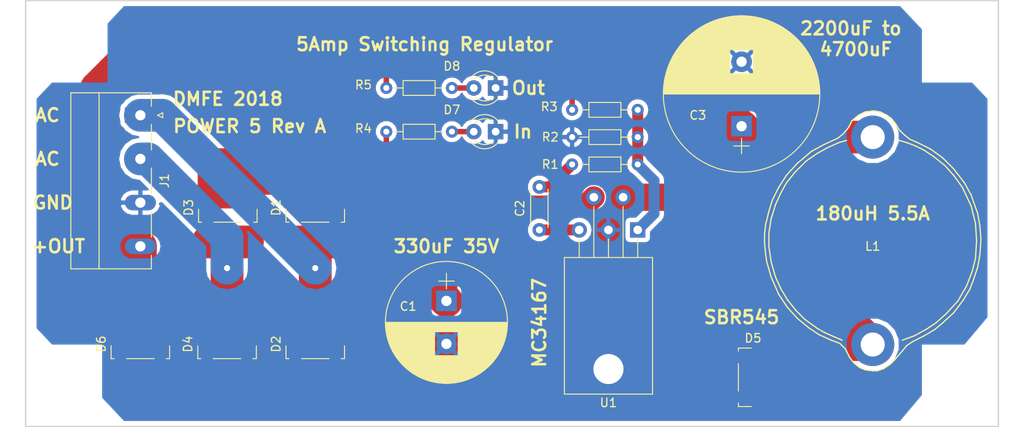
<source format=kicad_pcb>
(kicad_pcb (version 20171130) (host pcbnew "(5.0.0-rc2-dev-329-gd1ab62f)")

  (general
    (thickness 1.6)
    (drawings 18)
    (tracks 73)
    (zones 0)
    (modules 23)
    (nets 12)
  )

  (page A)
  (title_block
    (title Power5)
    (date 2018-02-16)
    (rev n/c)
    (company dmfe)
  )

  (layers
    (0 F.Cu signal)
    (31 B.Cu signal)
    (32 B.Adhes user)
    (33 F.Adhes user)
    (34 B.Paste user)
    (35 F.Paste user)
    (36 B.SilkS user)
    (37 F.SilkS user)
    (38 B.Mask user)
    (39 F.Mask user)
    (40 Dwgs.User user)
    (41 Cmts.User user)
    (42 Eco1.User user)
    (43 Eco2.User user)
    (44 Edge.Cuts user)
    (45 Margin user)
    (46 B.CrtYd user)
    (47 F.CrtYd user)
    (48 B.Fab user)
    (49 F.Fab user)
  )

  (setup
    (last_trace_width 2.54)
    (user_trace_width 0.635)
    (user_trace_width 0.889)
    (user_trace_width 1.27)
    (user_trace_width 2.032)
    (user_trace_width 2.54)
    (user_trace_width 3.175)
    (user_trace_width 3.81)
    (trace_clearance 0.2)
    (zone_clearance 0.508)
    (zone_45_only no)
    (trace_min 0.2)
    (segment_width 0.2)
    (edge_width 0.15)
    (via_size 1.524)
    (via_drill 0.7112)
    (via_min_size 0.4)
    (via_min_drill 0.3)
    (uvia_size 0.3)
    (uvia_drill 0.1)
    (uvias_allowed no)
    (uvia_min_size 0.2)
    (uvia_min_drill 0.1)
    (pcb_text_width 0.3)
    (pcb_text_size 1.5 1.5)
    (mod_edge_width 0.15)
    (mod_text_size 1 1)
    (mod_text_width 0.15)
    (pad_size 10.16 10.16)
    (pad_drill 3.5)
    (pad_to_mask_clearance 0.2)
    (aux_axis_origin 0 0)
    (visible_elements FFFDFF7F)
    (pcbplotparams
      (layerselection 0x010fc_ffffffff)
      (usegerberextensions false)
      (usegerberattributes false)
      (usegerberadvancedattributes false)
      (creategerberjobfile false)
      (excludeedgelayer true)
      (linewidth 0.100000)
      (plotframeref false)
      (viasonmask false)
      (mode 1)
      (useauxorigin false)
      (hpglpennumber 1)
      (hpglpenspeed 20)
      (hpglpendiameter 15)
      (psnegative false)
      (psa4output false)
      (plotreference true)
      (plotvalue true)
      (plotinvisibletext false)
      (padsonsilk false)
      (subtractmaskfromsilk false)
      (outputformat 1)
      (mirror false)
      (drillshape 1)
      (scaleselection 1)
      (outputdirectory ""))
  )

  (net 0 "")
  (net 1 GND)
  (net 2 +24V)
  (net 3 "Net-(C2-Pad2)")
  (net 4 "Net-(C2-Pad1)")
  (net 5 +5V)
  (net 6 "Net-(D1-Pad1)")
  (net 7 "Net-(D3-Pad1)")
  (net 8 "Net-(D5-Pad3)")
  (net 9 "Net-(R1-Pad2)")
  (net 10 "Net-(D7-Pad2)")
  (net 11 "Net-(D8-Pad2)")

  (net_class Default "This is the default net class."
    (clearance 0.2)
    (trace_width 0.25)
    (via_dia 1.524)
    (via_drill 0.7112)
    (uvia_dia 0.3)
    (uvia_drill 0.1)
    (add_net +24V)
    (add_net +5V)
    (add_net GND)
    (add_net "Net-(C2-Pad1)")
    (add_net "Net-(C2-Pad2)")
    (add_net "Net-(D1-Pad1)")
    (add_net "Net-(D3-Pad1)")
    (add_net "Net-(D5-Pad3)")
    (add_net "Net-(D7-Pad2)")
    (add_net "Net-(D8-Pad2)")
    (add_net "Net-(R1-Pad2)")
  )

  (module LED_THT:LED_D3.0mm_Clear (layer F.Cu) (tedit 5ABD855F) (tstamp 5AC91891)
    (at 130.81 105.41 180)
    (descr "IR-LED, diameter 3.0mm, 2 pins, color: clear")
    (tags "IR infrared LED diameter 3.0mm 2 pins clear")
    (path /5ABDABBC)
    (fp_text reference D7 (at 5.08 2.54 180) (layer F.SilkS)
      (effects (font (size 1 1) (thickness 0.15)))
    )
    (fp_text value LED (at 1.27 2.96 180) (layer F.Fab)
      (effects (font (size 1 1) (thickness 0.15)))
    )
    (fp_text user %R (at 1.47 0 180) (layer F.Fab)
      (effects (font (size 0.8 0.8) (thickness 0.12)))
    )
    (fp_line (start -0.23 -1.16619) (end -0.23 1.16619) (layer F.Fab) (width 0.1))
    (fp_line (start -0.29 -1.236) (end -0.29 -1.08) (layer F.SilkS) (width 0.12))
    (fp_line (start -0.29 1.08) (end -0.29 1.236) (layer F.SilkS) (width 0.12))
    (fp_line (start -1.15 -2.25) (end -1.15 2.25) (layer F.CrtYd) (width 0.05))
    (fp_line (start -1.15 2.25) (end 3.7 2.25) (layer F.CrtYd) (width 0.05))
    (fp_line (start 3.7 2.25) (end 3.7 -2.25) (layer F.CrtYd) (width 0.05))
    (fp_line (start 3.7 -2.25) (end -1.15 -2.25) (layer F.CrtYd) (width 0.05))
    (fp_circle (center 1.27 0) (end 2.77 0) (layer F.Fab) (width 0.1))
    (fp_arc (start 1.27 0) (end -0.23 -1.16619) (angle 284.3) (layer F.Fab) (width 0.1))
    (fp_arc (start 1.27 0) (end -0.29 -1.235516) (angle 108.8) (layer F.SilkS) (width 0.12))
    (fp_arc (start 1.27 0) (end -0.29 1.235516) (angle -108.8) (layer F.SilkS) (width 0.12))
    (fp_arc (start 1.27 0) (end 0.229039 -1.08) (angle 87.9) (layer F.SilkS) (width 0.12))
    (fp_arc (start 1.27 0) (end 0.229039 1.08) (angle -87.9) (layer F.SilkS) (width 0.12))
    (pad 1 thru_hole rect (at 0 0 180) (size 1.8 1.8) (drill 0.9) (layers *.Cu *.Mask)
      (net 1 GND))
    (pad 2 thru_hole circle (at 2.54 0 180) (size 1.8 1.8) (drill 0.9) (layers *.Cu *.Mask)
      (net 10 "Net-(D7-Pad2)"))
    (model ${KISYS3DMOD}/LED_THT.3dshapes/LED_D3.0mm_Clear.wrl
      (at (xyz 0 0 0))
      (scale (xyz 1 1 1))
      (rotate (xyz 0 0 0))
    )
  )

  (module Resistors_THT:R_Axial_DIN0204_L3.6mm_D1.6mm_P7.62mm_Horizontal (layer F.Cu) (tedit 5ABD83F6) (tstamp 5ABD83F6)
    (at 118.11 105.41)
    (descr "Resistor, Axial_DIN0204 series, Axial, Horizontal, pin pitch=7.62mm, 0.16666666666666666W = 1/6W, length*diameter=3.6*1.6mm^2, http://cdn-reichelt.de/documents/datenblatt/B400/1_4W%23YAG.pdf")
    (tags "Resistor Axial_DIN0204 series Axial Horizontal pin pitch 7.62mm 0.16666666666666666W = 1/6W length 3.6mm diameter 1.6mm")
    (path /5ABDAAD7)
    (fp_text reference R4 (at -2.660001 -0.3575) (layer F.SilkS)
      (effects (font (size 1 1) (thickness 0.15)))
    )
    (fp_text value 6K8 (at 3.81 1.86) (layer F.Fab)
      (effects (font (size 1 1) (thickness 0.15)))
    )
    (fp_line (start 8.6 -1.15) (end -0.95 -1.15) (layer F.CrtYd) (width 0.05))
    (fp_line (start 8.6 1.15) (end 8.6 -1.15) (layer F.CrtYd) (width 0.05))
    (fp_line (start -0.95 1.15) (end 8.6 1.15) (layer F.CrtYd) (width 0.05))
    (fp_line (start -0.95 -1.15) (end -0.95 1.15) (layer F.CrtYd) (width 0.05))
    (fp_line (start 6.74 0) (end 5.67 0) (layer F.SilkS) (width 0.12))
    (fp_line (start 0.88 0) (end 1.95 0) (layer F.SilkS) (width 0.12))
    (fp_line (start 5.67 -0.86) (end 1.95 -0.86) (layer F.SilkS) (width 0.12))
    (fp_line (start 5.67 0.86) (end 5.67 -0.86) (layer F.SilkS) (width 0.12))
    (fp_line (start 1.95 0.86) (end 5.67 0.86) (layer F.SilkS) (width 0.12))
    (fp_line (start 1.95 -0.86) (end 1.95 0.86) (layer F.SilkS) (width 0.12))
    (fp_line (start 7.62 0) (end 5.61 0) (layer F.Fab) (width 0.1))
    (fp_line (start 0 0) (end 2.01 0) (layer F.Fab) (width 0.1))
    (fp_line (start 5.61 -0.8) (end 2.01 -0.8) (layer F.Fab) (width 0.1))
    (fp_line (start 5.61 0.8) (end 5.61 -0.8) (layer F.Fab) (width 0.1))
    (fp_line (start 2.01 0.8) (end 5.61 0.8) (layer F.Fab) (width 0.1))
    (fp_line (start 2.01 -0.8) (end 2.01 0.8) (layer F.Fab) (width 0.1))
    (pad 2 thru_hole oval (at 7.62 0) (size 1.4 1.4) (drill 0.7) (layers *.Cu *.Mask)
      (net 10 "Net-(D7-Pad2)"))
    (pad 1 thru_hole circle (at 0 0) (size 1.4 1.4) (drill 0.7) (layers *.Cu *.Mask)
      (net 2 +24V))
    (model ${KISYS3DMOD}/Resistors_THT.3dshapes/R_Axial_DIN0204_L3.6mm_D1.6mm_P7.62mm_Horizontal.wrl
      (at (xyz 0 0 0))
      (scale (xyz 0.393701 0.393701 0.393701))
      (rotate (xyz 0 0 0))
    )
  )

  (module Resistors_THT:R_Axial_DIN0204_L3.6mm_D1.6mm_P7.62mm_Horizontal (layer F.Cu) (tedit 5ABD8413) (tstamp 5ABD83CC)
    (at 118.11 100.33)
    (descr "Resistor, Axial_DIN0204 series, Axial, Horizontal, pin pitch=7.62mm, 0.16666666666666666W = 1/6W, length*diameter=3.6*1.6mm^2, http://cdn-reichelt.de/documents/datenblatt/B400/1_4W%23YAG.pdf")
    (tags "Resistor Axial_DIN0204 series Axial Horizontal pin pitch 7.62mm 0.16666666666666666W = 1/6W length 3.6mm diameter 1.6mm")
    (path /5ABDAB2B)
    (fp_text reference R5 (at -2.660001 -0.3575) (layer F.SilkS)
      (effects (font (size 1 1) (thickness 0.15)))
    )
    (fp_text value 6K8 (at 3.81 1.86) (layer F.Fab)
      (effects (font (size 1 1) (thickness 0.15)))
    )
    (fp_line (start 2.01 -0.8) (end 2.01 0.8) (layer F.Fab) (width 0.1))
    (fp_line (start 2.01 0.8) (end 5.61 0.8) (layer F.Fab) (width 0.1))
    (fp_line (start 5.61 0.8) (end 5.61 -0.8) (layer F.Fab) (width 0.1))
    (fp_line (start 5.61 -0.8) (end 2.01 -0.8) (layer F.Fab) (width 0.1))
    (fp_line (start 0 0) (end 2.01 0) (layer F.Fab) (width 0.1))
    (fp_line (start 7.62 0) (end 5.61 0) (layer F.Fab) (width 0.1))
    (fp_line (start 1.95 -0.86) (end 1.95 0.86) (layer F.SilkS) (width 0.12))
    (fp_line (start 1.95 0.86) (end 5.67 0.86) (layer F.SilkS) (width 0.12))
    (fp_line (start 5.67 0.86) (end 5.67 -0.86) (layer F.SilkS) (width 0.12))
    (fp_line (start 5.67 -0.86) (end 1.95 -0.86) (layer F.SilkS) (width 0.12))
    (fp_line (start 0.88 0) (end 1.95 0) (layer F.SilkS) (width 0.12))
    (fp_line (start 6.74 0) (end 5.67 0) (layer F.SilkS) (width 0.12))
    (fp_line (start -0.95 -1.15) (end -0.95 1.15) (layer F.CrtYd) (width 0.05))
    (fp_line (start -0.95 1.15) (end 8.6 1.15) (layer F.CrtYd) (width 0.05))
    (fp_line (start 8.6 1.15) (end 8.6 -1.15) (layer F.CrtYd) (width 0.05))
    (fp_line (start 8.6 -1.15) (end -0.95 -1.15) (layer F.CrtYd) (width 0.05))
    (pad 1 thru_hole circle (at 0 0) (size 1.4 1.4) (drill 0.7) (layers *.Cu *.Mask)
      (net 5 +5V))
    (pad 2 thru_hole oval (at 7.62 0) (size 1.4 1.4) (drill 0.7) (layers *.Cu *.Mask)
      (net 11 "Net-(D8-Pad2)"))
    (model ${KISYS3DMOD}/Resistors_THT.3dshapes/R_Axial_DIN0204_L3.6mm_D1.6mm_P7.62mm_Horizontal.wrl
      (at (xyz 0 0 0))
      (scale (xyz 0.393701 0.393701 0.393701))
      (rotate (xyz 0 0 0))
    )
  )

  (module Mounting_Holes:MountingHole_3.5mm (layer F.Cu) (tedit 5A87BB44) (tstamp 5A886F09)
    (at 81.28 133.985)
    (descr "Mounting Hole 3.5mm, no annular")
    (tags "mounting hole 3.5mm no annular")
    (attr virtual)
    (fp_text reference H4 (at 0 -4.5) (layer F.SilkS) hide
      (effects (font (size 1 1) (thickness 0.15)))
    )
    (fp_text value MountingHole_3.5mm (at 0 4.5) (layer F.Fab)
      (effects (font (size 1 1) (thickness 0.15)))
    )
    (fp_circle (center 0 0) (end 3.75 0) (layer F.CrtYd) (width 0.05))
    (fp_circle (center 0 0) (end 3.5 0) (layer Cmts.User) (width 0.15))
    (fp_text user %R (at 0.3 0) (layer F.Fab)
      (effects (font (size 1 1) (thickness 0.15)))
    )
    (pad 1 np_thru_hole circle (at 0 0) (size 3.5 3.5) (drill 3.5) (layers *.Cu *.Mask))
  )

  (module Mounting_Holes:MountingHole_3.5mm (layer F.Cu) (tedit 5A87BB29) (tstamp 5A886EEB)
    (at 81.28 95.25)
    (descr "Mounting Hole 3.5mm, no annular")
    (tags "mounting hole 3.5mm no annular")
    (attr virtual)
    (fp_text reference H1 (at 0 -4.5) (layer F.SilkS) hide
      (effects (font (size 1 1) (thickness 0.15)))
    )
    (fp_text value MountingHole_3.5mm (at 0 4.5) (layer F.Fab)
      (effects (font (size 1 1) (thickness 0.15)))
    )
    (fp_circle (center 0 0) (end 3.75 0) (layer F.CrtYd) (width 0.05))
    (fp_circle (center 0 0) (end 3.5 0) (layer Cmts.User) (width 0.15))
    (fp_text user %R (at 0.3 0) (layer F.Fab)
      (effects (font (size 1 1) (thickness 0.15)))
    )
    (pad 1 np_thru_hole circle (at 0 0) (size 3.5 3.5) (drill 3.5) (layers *.Cu *.Mask))
  )

  (module TO_SOT_Packages_SMD:TO-252-2_Rectifier (layer F.Cu) (tedit 5A8745EE) (tstamp 5A878703)
    (at 89.535 129.54 90)
    (descr TO-252-2)
    (tags "TO-252-2 Rectifier")
    (path /5A87C05D)
    (attr smd)
    (fp_text reference D6 (at -0.575 -4.55 90) (layer F.SilkS)
      (effects (font (size 1 1) (thickness 0.15)))
    )
    (fp_text value SBR545 (at -0.625 4.8 90) (layer F.Fab)
      (effects (font (size 1 1) (thickness 0.15)))
    )
    (fp_text user %R (at -0.05 0 90) (layer F.Fab)
      (effects (font (size 1 1) (thickness 0.15)))
    )
    (fp_line (start -2.275 -3.05) (end -2.275 -3.4) (layer F.SilkS) (width 0.12))
    (fp_line (start -2.275 -3.4) (end -0.775 -3.4) (layer F.SilkS) (width 0.12))
    (fp_line (start -2.275 1.6) (end -2.275 -1.6) (layer F.SilkS) (width 0.12))
    (fp_line (start -0.775 3.4) (end -2.275 3.4) (layer F.SilkS) (width 0.12))
    (fp_line (start -2.275 3.4) (end -2.275 3) (layer F.SilkS) (width 0.12))
    (fp_line (start 3.805 -2.71) (end 5.005 -2.71) (layer F.Fab) (width 0.1))
    (fp_line (start 5.005 -2.71) (end 5.005 2.71) (layer F.Fab) (width 0.1))
    (fp_line (start 5.005 2.71) (end 3.795 2.71) (layer F.Fab) (width 0.1))
    (fp_line (start -2.195 1.73) (end -5.105 1.73) (layer F.Fab) (width 0.1))
    (fp_line (start -5.105 2.87) (end -2.195 2.87) (layer F.Fab) (width 0.1))
    (fp_line (start -5.105 1.73) (end -5.105 2.87) (layer F.Fab) (width 0.1))
    (fp_line (start -5.105 -2.87) (end -5.105 -1.73) (layer F.Fab) (width 0.1))
    (fp_line (start -5.105 -1.73) (end -2.195 -1.73) (layer F.Fab) (width 0.1))
    (fp_line (start -2.195 -2.87) (end -5.105 -2.87) (layer F.Fab) (width 0.1))
    (fp_line (start -2.195 3.35) (end 3.795 3.35) (layer F.Fab) (width 0.1))
    (fp_line (start 3.795 3.35) (end 3.795 -3.35) (layer F.Fab) (width 0.1))
    (fp_line (start 3.795 -3.35) (end -2.195 -3.35) (layer F.Fab) (width 0.1))
    (fp_line (start -2.195 3.35) (end -2.195 -3.35) (layer F.Fab) (width 0.1))
    (fp_line (start 6.58 -3.75) (end 6.58 3.75) (layer F.CrtYd) (width 0.05))
    (fp_line (start 6.58 -3.75) (end -6.58 -3.75) (layer F.CrtYd) (width 0.05))
    (fp_line (start -6.58 3.75) (end 6.58 3.75) (layer F.CrtYd) (width 0.05))
    (fp_line (start -6.58 3.75) (end -6.58 -3.75) (layer F.CrtYd) (width 0.05))
    (pad 1 smd rect (at -4.575 -2.3) (size 2 3.5) (layers F.Cu F.Paste F.Mask)
      (net 1 GND))
    (pad 2 smd rect (at -4.575 2.28) (size 2 3.5) (layers F.Cu F.Paste F.Mask)
      (net 1 GND))
    (pad 3 smd rect (at 2.825 0) (size 7 7) (layers F.Cu F.Paste F.Mask)
      (net 5 +5V))
    (model ${KISYS3DMOD}/TO_SOT_Packages_SMD.3dshapes\TO-252-2.wrl
      (at (xyz 0 0 0))
      (scale (xyz 1 1 1))
      (rotate (xyz 0 0 0))
    )
  )

  (module TO_SOT_Packages_SMD:TO-252-2_Rectifier (layer F.Cu) (tedit 5A8745E9) (tstamp 5A8785F6)
    (at 161.29 133.985)
    (descr TO-252-2)
    (tags "TO-252-2 Rectifier")
    (path /5A87491A)
    (attr smd)
    (fp_text reference D5 (at -0.575 -4.55) (layer F.SilkS)
      (effects (font (size 1 1) (thickness 0.15)))
    )
    (fp_text value SBR545 (at -0.625 4.8) (layer F.Fab)
      (effects (font (size 1 1) (thickness 0.15)))
    )
    (fp_line (start -6.58 3.75) (end -6.58 -3.75) (layer F.CrtYd) (width 0.05))
    (fp_line (start -6.58 3.75) (end 6.58 3.75) (layer F.CrtYd) (width 0.05))
    (fp_line (start 6.58 -3.75) (end -6.58 -3.75) (layer F.CrtYd) (width 0.05))
    (fp_line (start 6.58 -3.75) (end 6.58 3.75) (layer F.CrtYd) (width 0.05))
    (fp_line (start -2.195 3.35) (end -2.195 -3.35) (layer F.Fab) (width 0.1))
    (fp_line (start 3.795 -3.35) (end -2.195 -3.35) (layer F.Fab) (width 0.1))
    (fp_line (start 3.795 3.35) (end 3.795 -3.35) (layer F.Fab) (width 0.1))
    (fp_line (start -2.195 3.35) (end 3.795 3.35) (layer F.Fab) (width 0.1))
    (fp_line (start -2.195 -2.87) (end -5.105 -2.87) (layer F.Fab) (width 0.1))
    (fp_line (start -5.105 -1.73) (end -2.195 -1.73) (layer F.Fab) (width 0.1))
    (fp_line (start -5.105 -2.87) (end -5.105 -1.73) (layer F.Fab) (width 0.1))
    (fp_line (start -5.105 1.73) (end -5.105 2.87) (layer F.Fab) (width 0.1))
    (fp_line (start -5.105 2.87) (end -2.195 2.87) (layer F.Fab) (width 0.1))
    (fp_line (start -2.195 1.73) (end -5.105 1.73) (layer F.Fab) (width 0.1))
    (fp_line (start 5.005 2.71) (end 3.795 2.71) (layer F.Fab) (width 0.1))
    (fp_line (start 5.005 -2.71) (end 5.005 2.71) (layer F.Fab) (width 0.1))
    (fp_line (start 3.805 -2.71) (end 5.005 -2.71) (layer F.Fab) (width 0.1))
    (fp_line (start -2.275 3.4) (end -2.275 3) (layer F.SilkS) (width 0.12))
    (fp_line (start -0.775 3.4) (end -2.275 3.4) (layer F.SilkS) (width 0.12))
    (fp_line (start -2.275 1.6) (end -2.275 -1.6) (layer F.SilkS) (width 0.12))
    (fp_line (start -2.275 -3.4) (end -0.775 -3.4) (layer F.SilkS) (width 0.12))
    (fp_line (start -2.275 -3.05) (end -2.275 -3.4) (layer F.SilkS) (width 0.12))
    (fp_text user %R (at -0.05 0) (layer F.Fab)
      (effects (font (size 1 1) (thickness 0.15)))
    )
    (pad 3 smd rect (at 2.825 0 270) (size 7 7) (layers F.Cu F.Paste F.Mask)
      (net 8 "Net-(D5-Pad3)"))
    (pad 2 smd rect (at -4.575 2.28 270) (size 2 3.5) (layers F.Cu F.Paste F.Mask)
      (net 1 GND))
    (pad 1 smd rect (at -4.575 -2.3 270) (size 2 3.5) (layers F.Cu F.Paste F.Mask)
      (net 1 GND))
    (model ${KISYS3DMOD}/TO_SOT_Packages_SMD.3dshapes\TO-252-2.wrl
      (at (xyz 0 0 0))
      (scale (xyz 1 1 1))
      (rotate (xyz 0 0 0))
    )
  )

  (module TO_SOT_Packages_SMD:TO-252-2_Rectifier (layer F.Cu) (tedit 5A8745DB) (tstamp 5A8785BC)
    (at 99.61 129.54 90)
    (descr TO-252-2)
    (tags "TO-252-2 Rectifier")
    (path /5A8736F1)
    (attr smd)
    (fp_text reference D4 (at -0.575 -4.55 90) (layer F.SilkS)
      (effects (font (size 1 1) (thickness 0.15)))
    )
    (fp_text value SBR545 (at -0.625 4.8 90) (layer F.Fab)
      (effects (font (size 1 1) (thickness 0.15)))
    )
    (fp_text user %R (at -0.05 0 90) (layer F.Fab)
      (effects (font (size 1 1) (thickness 0.15)))
    )
    (fp_line (start -2.275 -3.05) (end -2.275 -3.4) (layer F.SilkS) (width 0.12))
    (fp_line (start -2.275 -3.4) (end -0.775 -3.4) (layer F.SilkS) (width 0.12))
    (fp_line (start -2.275 1.6) (end -2.275 -1.6) (layer F.SilkS) (width 0.12))
    (fp_line (start -0.775 3.4) (end -2.275 3.4) (layer F.SilkS) (width 0.12))
    (fp_line (start -2.275 3.4) (end -2.275 3) (layer F.SilkS) (width 0.12))
    (fp_line (start 3.805 -2.71) (end 5.005 -2.71) (layer F.Fab) (width 0.1))
    (fp_line (start 5.005 -2.71) (end 5.005 2.71) (layer F.Fab) (width 0.1))
    (fp_line (start 5.005 2.71) (end 3.795 2.71) (layer F.Fab) (width 0.1))
    (fp_line (start -2.195 1.73) (end -5.105 1.73) (layer F.Fab) (width 0.1))
    (fp_line (start -5.105 2.87) (end -2.195 2.87) (layer F.Fab) (width 0.1))
    (fp_line (start -5.105 1.73) (end -5.105 2.87) (layer F.Fab) (width 0.1))
    (fp_line (start -5.105 -2.87) (end -5.105 -1.73) (layer F.Fab) (width 0.1))
    (fp_line (start -5.105 -1.73) (end -2.195 -1.73) (layer F.Fab) (width 0.1))
    (fp_line (start -2.195 -2.87) (end -5.105 -2.87) (layer F.Fab) (width 0.1))
    (fp_line (start -2.195 3.35) (end 3.795 3.35) (layer F.Fab) (width 0.1))
    (fp_line (start 3.795 3.35) (end 3.795 -3.35) (layer F.Fab) (width 0.1))
    (fp_line (start 3.795 -3.35) (end -2.195 -3.35) (layer F.Fab) (width 0.1))
    (fp_line (start -2.195 3.35) (end -2.195 -3.35) (layer F.Fab) (width 0.1))
    (fp_line (start 6.58 -3.75) (end 6.58 3.75) (layer F.CrtYd) (width 0.05))
    (fp_line (start 6.58 -3.75) (end -6.58 -3.75) (layer F.CrtYd) (width 0.05))
    (fp_line (start -6.58 3.75) (end 6.58 3.75) (layer F.CrtYd) (width 0.05))
    (fp_line (start -6.58 3.75) (end -6.58 -3.75) (layer F.CrtYd) (width 0.05))
    (pad 1 smd rect (at -4.575 -2.3) (size 2 3.5) (layers F.Cu F.Paste F.Mask)
      (net 1 GND))
    (pad 2 smd rect (at -4.575 2.28) (size 2 3.5) (layers F.Cu F.Paste F.Mask)
      (net 1 GND))
    (pad 3 smd rect (at 2.825 0) (size 7 7) (layers F.Cu F.Paste F.Mask)
      (net 7 "Net-(D3-Pad1)"))
    (model ${KISYS3DMOD}/TO_SOT_Packages_SMD.3dshapes\TO-252-2.wrl
      (at (xyz 0 0 0))
      (scale (xyz 1 1 1))
      (rotate (xyz 0 0 0))
    )
  )

  (module TO_SOT_Packages_SMD:TO-252-2_Rectifier (layer F.Cu) (tedit 5A8745D3) (tstamp 5A878582)
    (at 99.695 113.665 90)
    (descr TO-252-2)
    (tags "TO-252-2 Rectifier")
    (path /5A87369F)
    (attr smd)
    (fp_text reference D3 (at -0.575 -4.55 90) (layer F.SilkS)
      (effects (font (size 1 1) (thickness 0.15)))
    )
    (fp_text value SBR545 (at -0.625 4.8 90) (layer F.Fab)
      (effects (font (size 1 1) (thickness 0.15)))
    )
    (fp_line (start -6.58 3.75) (end -6.58 -3.75) (layer F.CrtYd) (width 0.05))
    (fp_line (start -6.58 3.75) (end 6.58 3.75) (layer F.CrtYd) (width 0.05))
    (fp_line (start 6.58 -3.75) (end -6.58 -3.75) (layer F.CrtYd) (width 0.05))
    (fp_line (start 6.58 -3.75) (end 6.58 3.75) (layer F.CrtYd) (width 0.05))
    (fp_line (start -2.195 3.35) (end -2.195 -3.35) (layer F.Fab) (width 0.1))
    (fp_line (start 3.795 -3.35) (end -2.195 -3.35) (layer F.Fab) (width 0.1))
    (fp_line (start 3.795 3.35) (end 3.795 -3.35) (layer F.Fab) (width 0.1))
    (fp_line (start -2.195 3.35) (end 3.795 3.35) (layer F.Fab) (width 0.1))
    (fp_line (start -2.195 -2.87) (end -5.105 -2.87) (layer F.Fab) (width 0.1))
    (fp_line (start -5.105 -1.73) (end -2.195 -1.73) (layer F.Fab) (width 0.1))
    (fp_line (start -5.105 -2.87) (end -5.105 -1.73) (layer F.Fab) (width 0.1))
    (fp_line (start -5.105 1.73) (end -5.105 2.87) (layer F.Fab) (width 0.1))
    (fp_line (start -5.105 2.87) (end -2.195 2.87) (layer F.Fab) (width 0.1))
    (fp_line (start -2.195 1.73) (end -5.105 1.73) (layer F.Fab) (width 0.1))
    (fp_line (start 5.005 2.71) (end 3.795 2.71) (layer F.Fab) (width 0.1))
    (fp_line (start 5.005 -2.71) (end 5.005 2.71) (layer F.Fab) (width 0.1))
    (fp_line (start 3.805 -2.71) (end 5.005 -2.71) (layer F.Fab) (width 0.1))
    (fp_line (start -2.275 3.4) (end -2.275 3) (layer F.SilkS) (width 0.12))
    (fp_line (start -0.775 3.4) (end -2.275 3.4) (layer F.SilkS) (width 0.12))
    (fp_line (start -2.275 1.6) (end -2.275 -1.6) (layer F.SilkS) (width 0.12))
    (fp_line (start -2.275 -3.4) (end -0.775 -3.4) (layer F.SilkS) (width 0.12))
    (fp_line (start -2.275 -3.05) (end -2.275 -3.4) (layer F.SilkS) (width 0.12))
    (fp_text user %R (at -0.05 0 90) (layer F.Fab)
      (effects (font (size 1 1) (thickness 0.15)))
    )
    (pad 3 smd rect (at 2.825 0) (size 7 7) (layers F.Cu F.Paste F.Mask)
      (net 2 +24V))
    (pad 2 smd rect (at -4.575 2.28) (size 2 3.5) (layers F.Cu F.Paste F.Mask)
      (net 7 "Net-(D3-Pad1)"))
    (pad 1 smd rect (at -4.575 -2.3) (size 2 3.5) (layers F.Cu F.Paste F.Mask)
      (net 7 "Net-(D3-Pad1)"))
    (model ${KISYS3DMOD}/TO_SOT_Packages_SMD.3dshapes\TO-252-2.wrl
      (at (xyz 0 0 0))
      (scale (xyz 1 1 1))
      (rotate (xyz 0 0 0))
    )
  )

  (module TO_SOT_Packages_SMD:TO-252-2_Rectifier (layer F.Cu) (tedit 5A8745CB) (tstamp 5A878548)
    (at 109.855 129.54 90)
    (descr TO-252-2)
    (tags "TO-252-2 Rectifier")
    (path /5A8736C0)
    (attr smd)
    (fp_text reference D2 (at -0.575 -4.55 90) (layer F.SilkS)
      (effects (font (size 1 1) (thickness 0.15)))
    )
    (fp_text value SBR545 (at -0.625 4.8 90) (layer F.Fab)
      (effects (font (size 1 1) (thickness 0.15)))
    )
    (fp_text user %R (at -0.05 0 90) (layer F.Fab)
      (effects (font (size 1 1) (thickness 0.15)))
    )
    (fp_line (start -2.275 -3.05) (end -2.275 -3.4) (layer F.SilkS) (width 0.12))
    (fp_line (start -2.275 -3.4) (end -0.775 -3.4) (layer F.SilkS) (width 0.12))
    (fp_line (start -2.275 1.6) (end -2.275 -1.6) (layer F.SilkS) (width 0.12))
    (fp_line (start -0.775 3.4) (end -2.275 3.4) (layer F.SilkS) (width 0.12))
    (fp_line (start -2.275 3.4) (end -2.275 3) (layer F.SilkS) (width 0.12))
    (fp_line (start 3.805 -2.71) (end 5.005 -2.71) (layer F.Fab) (width 0.1))
    (fp_line (start 5.005 -2.71) (end 5.005 2.71) (layer F.Fab) (width 0.1))
    (fp_line (start 5.005 2.71) (end 3.795 2.71) (layer F.Fab) (width 0.1))
    (fp_line (start -2.195 1.73) (end -5.105 1.73) (layer F.Fab) (width 0.1))
    (fp_line (start -5.105 2.87) (end -2.195 2.87) (layer F.Fab) (width 0.1))
    (fp_line (start -5.105 1.73) (end -5.105 2.87) (layer F.Fab) (width 0.1))
    (fp_line (start -5.105 -2.87) (end -5.105 -1.73) (layer F.Fab) (width 0.1))
    (fp_line (start -5.105 -1.73) (end -2.195 -1.73) (layer F.Fab) (width 0.1))
    (fp_line (start -2.195 -2.87) (end -5.105 -2.87) (layer F.Fab) (width 0.1))
    (fp_line (start -2.195 3.35) (end 3.795 3.35) (layer F.Fab) (width 0.1))
    (fp_line (start 3.795 3.35) (end 3.795 -3.35) (layer F.Fab) (width 0.1))
    (fp_line (start 3.795 -3.35) (end -2.195 -3.35) (layer F.Fab) (width 0.1))
    (fp_line (start -2.195 3.35) (end -2.195 -3.35) (layer F.Fab) (width 0.1))
    (fp_line (start 6.58 -3.75) (end 6.58 3.75) (layer F.CrtYd) (width 0.05))
    (fp_line (start 6.58 -3.75) (end -6.58 -3.75) (layer F.CrtYd) (width 0.05))
    (fp_line (start -6.58 3.75) (end 6.58 3.75) (layer F.CrtYd) (width 0.05))
    (fp_line (start -6.58 3.75) (end -6.58 -3.75) (layer F.CrtYd) (width 0.05))
    (pad 1 smd rect (at -4.575 -2.3) (size 2 3.5) (layers F.Cu F.Paste F.Mask)
      (net 1 GND))
    (pad 2 smd rect (at -4.575 2.28) (size 2 3.5) (layers F.Cu F.Paste F.Mask)
      (net 1 GND))
    (pad 3 smd rect (at 2.825 0) (size 7 7) (layers F.Cu F.Paste F.Mask)
      (net 6 "Net-(D1-Pad1)"))
    (model ${KISYS3DMOD}/TO_SOT_Packages_SMD.3dshapes\TO-252-2.wrl
      (at (xyz 0 0 0))
      (scale (xyz 1 1 1))
      (rotate (xyz 0 0 0))
    )
  )

  (module Capacitors_THT:CP_Radial_D14.0mm_P5.00mm (layer F.Cu) (tedit 597BC7C2) (tstamp 5A8779E7)
    (at 125.095 125.095 270)
    (descr "CP, Radial series, Radial, pin pitch=5.00mm, , diameter=14mm, Electrolytic Capacitor")
    (tags "CP Radial series Radial pin pitch 5.00mm  diameter 14mm Electrolytic Capacitor")
    (path /5A866DB9)
    (fp_text reference C1 (at 0.635 4.445) (layer F.SilkS)
      (effects (font (size 1 1) (thickness 0.15)))
    )
    (fp_text value 330uf (at 2.5 8.31 270) (layer F.Fab)
      (effects (font (size 1 1) (thickness 0.15)))
    )
    (fp_text user %R (at 2.5 0 270) (layer F.Fab)
      (effects (font (size 1 1) (thickness 0.15)))
    )
    (fp_line (start 9.85 -7.35) (end -4.85 -7.35) (layer F.CrtYd) (width 0.05))
    (fp_line (start 9.85 7.35) (end 9.85 -7.35) (layer F.CrtYd) (width 0.05))
    (fp_line (start -4.85 7.35) (end 9.85 7.35) (layer F.CrtYd) (width 0.05))
    (fp_line (start -4.85 -7.35) (end -4.85 7.35) (layer F.CrtYd) (width 0.05))
    (fp_line (start -2.3 -0.9) (end -2.3 0.9) (layer F.SilkS) (width 0.12))
    (fp_line (start -3.2 0) (end -1.4 0) (layer F.SilkS) (width 0.12))
    (fp_line (start 9.581 -0.337) (end 9.581 0.337) (layer F.SilkS) (width 0.12))
    (fp_line (start 9.541 -0.801) (end 9.541 0.801) (layer F.SilkS) (width 0.12))
    (fp_line (start 9.501 -1.087) (end 9.501 1.087) (layer F.SilkS) (width 0.12))
    (fp_line (start 9.461 -1.312) (end 9.461 1.312) (layer F.SilkS) (width 0.12))
    (fp_line (start 9.421 -1.504) (end 9.421 1.504) (layer F.SilkS) (width 0.12))
    (fp_line (start 9.381 -1.673) (end 9.381 1.673) (layer F.SilkS) (width 0.12))
    (fp_line (start 9.341 -1.827) (end 9.341 1.827) (layer F.SilkS) (width 0.12))
    (fp_line (start 9.301 -1.968) (end 9.301 1.968) (layer F.SilkS) (width 0.12))
    (fp_line (start 9.261 -2.098) (end 9.261 2.098) (layer F.SilkS) (width 0.12))
    (fp_line (start 9.221 -2.221) (end 9.221 2.221) (layer F.SilkS) (width 0.12))
    (fp_line (start 9.181 -2.337) (end 9.181 2.337) (layer F.SilkS) (width 0.12))
    (fp_line (start 9.141 -2.446) (end 9.141 2.446) (layer F.SilkS) (width 0.12))
    (fp_line (start 9.101 -2.55) (end 9.101 2.55) (layer F.SilkS) (width 0.12))
    (fp_line (start 9.061 -2.65) (end 9.061 2.65) (layer F.SilkS) (width 0.12))
    (fp_line (start 9.021 -2.746) (end 9.021 2.746) (layer F.SilkS) (width 0.12))
    (fp_line (start 8.981 -2.838) (end 8.981 2.838) (layer F.SilkS) (width 0.12))
    (fp_line (start 8.941 -2.926) (end 8.941 2.926) (layer F.SilkS) (width 0.12))
    (fp_line (start 8.901 -3.011) (end 8.901 3.011) (layer F.SilkS) (width 0.12))
    (fp_line (start 8.861 -3.094) (end 8.861 3.094) (layer F.SilkS) (width 0.12))
    (fp_line (start 8.821 -3.174) (end 8.821 3.174) (layer F.SilkS) (width 0.12))
    (fp_line (start 8.781 -3.251) (end 8.781 3.251) (layer F.SilkS) (width 0.12))
    (fp_line (start 8.741 -3.327) (end 8.741 3.327) (layer F.SilkS) (width 0.12))
    (fp_line (start 8.701 -3.4) (end 8.701 3.4) (layer F.SilkS) (width 0.12))
    (fp_line (start 8.661 -3.471) (end 8.661 3.471) (layer F.SilkS) (width 0.12))
    (fp_line (start 8.621 -3.54) (end 8.621 3.54) (layer F.SilkS) (width 0.12))
    (fp_line (start 8.581 -3.608) (end 8.581 3.608) (layer F.SilkS) (width 0.12))
    (fp_line (start 8.541 -3.674) (end 8.541 3.674) (layer F.SilkS) (width 0.12))
    (fp_line (start 8.501 -3.738) (end 8.501 3.738) (layer F.SilkS) (width 0.12))
    (fp_line (start 8.461 -3.801) (end 8.461 3.801) (layer F.SilkS) (width 0.12))
    (fp_line (start 8.421 -3.862) (end 8.421 3.862) (layer F.SilkS) (width 0.12))
    (fp_line (start 8.381 -3.922) (end 8.381 3.922) (layer F.SilkS) (width 0.12))
    (fp_line (start 8.341 -3.981) (end 8.341 3.981) (layer F.SilkS) (width 0.12))
    (fp_line (start 8.301 -4.038) (end 8.301 4.038) (layer F.SilkS) (width 0.12))
    (fp_line (start 8.261 -4.095) (end 8.261 4.095) (layer F.SilkS) (width 0.12))
    (fp_line (start 8.221 -4.15) (end 8.221 4.15) (layer F.SilkS) (width 0.12))
    (fp_line (start 8.181 -4.204) (end 8.181 4.204) (layer F.SilkS) (width 0.12))
    (fp_line (start 8.141 -4.257) (end 8.141 4.257) (layer F.SilkS) (width 0.12))
    (fp_line (start 8.101 -4.309) (end 8.101 4.309) (layer F.SilkS) (width 0.12))
    (fp_line (start 8.061 -4.36) (end 8.061 4.36) (layer F.SilkS) (width 0.12))
    (fp_line (start 8.021 -4.41) (end 8.021 4.41) (layer F.SilkS) (width 0.12))
    (fp_line (start 7.981 -4.459) (end 7.981 4.459) (layer F.SilkS) (width 0.12))
    (fp_line (start 7.941 -4.507) (end 7.941 4.507) (layer F.SilkS) (width 0.12))
    (fp_line (start 7.901 -4.555) (end 7.901 4.555) (layer F.SilkS) (width 0.12))
    (fp_line (start 7.861 -4.601) (end 7.861 4.601) (layer F.SilkS) (width 0.12))
    (fp_line (start 7.821 -4.647) (end 7.821 4.647) (layer F.SilkS) (width 0.12))
    (fp_line (start 7.781 -4.692) (end 7.781 4.692) (layer F.SilkS) (width 0.12))
    (fp_line (start 7.741 -4.737) (end 7.741 4.737) (layer F.SilkS) (width 0.12))
    (fp_line (start 7.701 -4.78) (end 7.701 4.78) (layer F.SilkS) (width 0.12))
    (fp_line (start 7.661 -4.823) (end 7.661 4.823) (layer F.SilkS) (width 0.12))
    (fp_line (start 7.621 -4.865) (end 7.621 4.865) (layer F.SilkS) (width 0.12))
    (fp_line (start 7.581 -4.906) (end 7.581 4.906) (layer F.SilkS) (width 0.12))
    (fp_line (start 7.541 -4.947) (end 7.541 4.947) (layer F.SilkS) (width 0.12))
    (fp_line (start 7.501 -4.987) (end 7.501 4.987) (layer F.SilkS) (width 0.12))
    (fp_line (start 7.461 -5.027) (end 7.461 5.027) (layer F.SilkS) (width 0.12))
    (fp_line (start 7.421 -5.066) (end 7.421 5.066) (layer F.SilkS) (width 0.12))
    (fp_line (start 7.381 -5.104) (end 7.381 5.104) (layer F.SilkS) (width 0.12))
    (fp_line (start 7.341 -5.141) (end 7.341 5.141) (layer F.SilkS) (width 0.12))
    (fp_line (start 7.301 -5.179) (end 7.301 5.179) (layer F.SilkS) (width 0.12))
    (fp_line (start 7.261 -5.215) (end 7.261 5.215) (layer F.SilkS) (width 0.12))
    (fp_line (start 7.221 -5.251) (end 7.221 5.251) (layer F.SilkS) (width 0.12))
    (fp_line (start 7.181 -5.286) (end 7.181 5.286) (layer F.SilkS) (width 0.12))
    (fp_line (start 7.141 -5.321) (end 7.141 5.321) (layer F.SilkS) (width 0.12))
    (fp_line (start 7.101 -5.356) (end 7.101 5.356) (layer F.SilkS) (width 0.12))
    (fp_line (start 7.061 -5.39) (end 7.061 5.39) (layer F.SilkS) (width 0.12))
    (fp_line (start 7.021 -5.423) (end 7.021 5.423) (layer F.SilkS) (width 0.12))
    (fp_line (start 6.981 -5.456) (end 6.981 5.456) (layer F.SilkS) (width 0.12))
    (fp_line (start 6.941 -5.488) (end 6.941 5.488) (layer F.SilkS) (width 0.12))
    (fp_line (start 6.901 -5.52) (end 6.901 5.52) (layer F.SilkS) (width 0.12))
    (fp_line (start 6.861 -5.551) (end 6.861 5.551) (layer F.SilkS) (width 0.12))
    (fp_line (start 6.821 -5.582) (end 6.821 5.582) (layer F.SilkS) (width 0.12))
    (fp_line (start 6.781 -5.613) (end 6.781 5.613) (layer F.SilkS) (width 0.12))
    (fp_line (start 6.741 -5.643) (end 6.741 5.643) (layer F.SilkS) (width 0.12))
    (fp_line (start 6.701 -5.673) (end 6.701 5.673) (layer F.SilkS) (width 0.12))
    (fp_line (start 6.661 -5.702) (end 6.661 5.702) (layer F.SilkS) (width 0.12))
    (fp_line (start 6.621 -5.731) (end 6.621 5.731) (layer F.SilkS) (width 0.12))
    (fp_line (start 6.581 -5.759) (end 6.581 5.759) (layer F.SilkS) (width 0.12))
    (fp_line (start 6.541 -5.787) (end 6.541 5.787) (layer F.SilkS) (width 0.12))
    (fp_line (start 6.501 -5.814) (end 6.501 5.814) (layer F.SilkS) (width 0.12))
    (fp_line (start 6.461 -5.842) (end 6.461 5.842) (layer F.SilkS) (width 0.12))
    (fp_line (start 6.421 -5.868) (end 6.421 5.868) (layer F.SilkS) (width 0.12))
    (fp_line (start 6.381 -5.895) (end 6.381 5.895) (layer F.SilkS) (width 0.12))
    (fp_line (start 6.341 1.38) (end 6.341 5.921) (layer F.SilkS) (width 0.12))
    (fp_line (start 6.341 -5.921) (end 6.341 -1.38) (layer F.SilkS) (width 0.12))
    (fp_line (start 6.301 1.38) (end 6.301 5.946) (layer F.SilkS) (width 0.12))
    (fp_line (start 6.301 -5.946) (end 6.301 -1.38) (layer F.SilkS) (width 0.12))
    (fp_line (start 6.261 1.38) (end 6.261 5.971) (layer F.SilkS) (width 0.12))
    (fp_line (start 6.261 -5.971) (end 6.261 -1.38) (layer F.SilkS) (width 0.12))
    (fp_line (start 6.221 1.38) (end 6.221 5.996) (layer F.SilkS) (width 0.12))
    (fp_line (start 6.221 -5.996) (end 6.221 -1.38) (layer F.SilkS) (width 0.12))
    (fp_line (start 6.181 1.38) (end 6.181 6.021) (layer F.SilkS) (width 0.12))
    (fp_line (start 6.181 -6.021) (end 6.181 -1.38) (layer F.SilkS) (width 0.12))
    (fp_line (start 6.141 1.38) (end 6.141 6.045) (layer F.SilkS) (width 0.12))
    (fp_line (start 6.141 -6.045) (end 6.141 -1.38) (layer F.SilkS) (width 0.12))
    (fp_line (start 6.101 1.38) (end 6.101 6.069) (layer F.SilkS) (width 0.12))
    (fp_line (start 6.101 -6.069) (end 6.101 -1.38) (layer F.SilkS) (width 0.12))
    (fp_line (start 6.061 1.38) (end 6.061 6.092) (layer F.SilkS) (width 0.12))
    (fp_line (start 6.061 -6.092) (end 6.061 -1.38) (layer F.SilkS) (width 0.12))
    (fp_line (start 6.021 1.38) (end 6.021 6.115) (layer F.SilkS) (width 0.12))
    (fp_line (start 6.021 -6.115) (end 6.021 -1.38) (layer F.SilkS) (width 0.12))
    (fp_line (start 5.981 1.38) (end 5.981 6.138) (layer F.SilkS) (width 0.12))
    (fp_line (start 5.981 -6.138) (end 5.981 -1.38) (layer F.SilkS) (width 0.12))
    (fp_line (start 5.941 1.38) (end 5.941 6.16) (layer F.SilkS) (width 0.12))
    (fp_line (start 5.941 -6.16) (end 5.941 -1.38) (layer F.SilkS) (width 0.12))
    (fp_line (start 5.901 1.38) (end 5.901 6.182) (layer F.SilkS) (width 0.12))
    (fp_line (start 5.901 -6.182) (end 5.901 -1.38) (layer F.SilkS) (width 0.12))
    (fp_line (start 5.861 1.38) (end 5.861 6.204) (layer F.SilkS) (width 0.12))
    (fp_line (start 5.861 -6.204) (end 5.861 -1.38) (layer F.SilkS) (width 0.12))
    (fp_line (start 5.821 1.38) (end 5.821 6.225) (layer F.SilkS) (width 0.12))
    (fp_line (start 5.821 -6.225) (end 5.821 -1.38) (layer F.SilkS) (width 0.12))
    (fp_line (start 5.781 1.38) (end 5.781 6.246) (layer F.SilkS) (width 0.12))
    (fp_line (start 5.781 -6.246) (end 5.781 -1.38) (layer F.SilkS) (width 0.12))
    (fp_line (start 5.741 1.38) (end 5.741 6.267) (layer F.SilkS) (width 0.12))
    (fp_line (start 5.741 -6.267) (end 5.741 -1.38) (layer F.SilkS) (width 0.12))
    (fp_line (start 5.701 1.38) (end 5.701 6.287) (layer F.SilkS) (width 0.12))
    (fp_line (start 5.701 -6.287) (end 5.701 -1.38) (layer F.SilkS) (width 0.12))
    (fp_line (start 5.661 1.38) (end 5.661 6.307) (layer F.SilkS) (width 0.12))
    (fp_line (start 5.661 -6.307) (end 5.661 -1.38) (layer F.SilkS) (width 0.12))
    (fp_line (start 5.621 1.38) (end 5.621 6.327) (layer F.SilkS) (width 0.12))
    (fp_line (start 5.621 -6.327) (end 5.621 -1.38) (layer F.SilkS) (width 0.12))
    (fp_line (start 5.581 1.38) (end 5.581 6.347) (layer F.SilkS) (width 0.12))
    (fp_line (start 5.581 -6.347) (end 5.581 -1.38) (layer F.SilkS) (width 0.12))
    (fp_line (start 5.541 1.38) (end 5.541 6.366) (layer F.SilkS) (width 0.12))
    (fp_line (start 5.541 -6.366) (end 5.541 -1.38) (layer F.SilkS) (width 0.12))
    (fp_line (start 5.501 1.38) (end 5.501 6.385) (layer F.SilkS) (width 0.12))
    (fp_line (start 5.501 -6.385) (end 5.501 -1.38) (layer F.SilkS) (width 0.12))
    (fp_line (start 5.461 1.38) (end 5.461 6.403) (layer F.SilkS) (width 0.12))
    (fp_line (start 5.461 -6.403) (end 5.461 -1.38) (layer F.SilkS) (width 0.12))
    (fp_line (start 5.421 1.38) (end 5.421 6.421) (layer F.SilkS) (width 0.12))
    (fp_line (start 5.421 -6.421) (end 5.421 -1.38) (layer F.SilkS) (width 0.12))
    (fp_line (start 5.381 1.38) (end 5.381 6.439) (layer F.SilkS) (width 0.12))
    (fp_line (start 5.381 -6.439) (end 5.381 -1.38) (layer F.SilkS) (width 0.12))
    (fp_line (start 5.341 1.38) (end 5.341 6.457) (layer F.SilkS) (width 0.12))
    (fp_line (start 5.341 -6.457) (end 5.341 -1.38) (layer F.SilkS) (width 0.12))
    (fp_line (start 5.301 1.38) (end 5.301 6.474) (layer F.SilkS) (width 0.12))
    (fp_line (start 5.301 -6.474) (end 5.301 -1.38) (layer F.SilkS) (width 0.12))
    (fp_line (start 5.261 1.38) (end 5.261 6.491) (layer F.SilkS) (width 0.12))
    (fp_line (start 5.261 -6.491) (end 5.261 -1.38) (layer F.SilkS) (width 0.12))
    (fp_line (start 5.221 1.38) (end 5.221 6.508) (layer F.SilkS) (width 0.12))
    (fp_line (start 5.221 -6.508) (end 5.221 -1.38) (layer F.SilkS) (width 0.12))
    (fp_line (start 5.181 1.38) (end 5.181 6.524) (layer F.SilkS) (width 0.12))
    (fp_line (start 5.181 -6.524) (end 5.181 -1.38) (layer F.SilkS) (width 0.12))
    (fp_line (start 5.141 1.38) (end 5.141 6.541) (layer F.SilkS) (width 0.12))
    (fp_line (start 5.141 -6.541) (end 5.141 -1.38) (layer F.SilkS) (width 0.12))
    (fp_line (start 5.101 1.38) (end 5.101 6.557) (layer F.SilkS) (width 0.12))
    (fp_line (start 5.101 -6.557) (end 5.101 -1.38) (layer F.SilkS) (width 0.12))
    (fp_line (start 5.061 1.38) (end 5.061 6.572) (layer F.SilkS) (width 0.12))
    (fp_line (start 5.061 -6.572) (end 5.061 -1.38) (layer F.SilkS) (width 0.12))
    (fp_line (start 5.021 1.38) (end 5.021 6.588) (layer F.SilkS) (width 0.12))
    (fp_line (start 5.021 -6.588) (end 5.021 -1.38) (layer F.SilkS) (width 0.12))
    (fp_line (start 4.981 1.38) (end 4.981 6.603) (layer F.SilkS) (width 0.12))
    (fp_line (start 4.981 -6.603) (end 4.981 -1.38) (layer F.SilkS) (width 0.12))
    (fp_line (start 4.941 1.38) (end 4.941 6.617) (layer F.SilkS) (width 0.12))
    (fp_line (start 4.941 -6.617) (end 4.941 -1.38) (layer F.SilkS) (width 0.12))
    (fp_line (start 4.901 1.38) (end 4.901 6.632) (layer F.SilkS) (width 0.12))
    (fp_line (start 4.901 -6.632) (end 4.901 -1.38) (layer F.SilkS) (width 0.12))
    (fp_line (start 4.861 1.38) (end 4.861 6.646) (layer F.SilkS) (width 0.12))
    (fp_line (start 4.861 -6.646) (end 4.861 -1.38) (layer F.SilkS) (width 0.12))
    (fp_line (start 4.821 1.38) (end 4.821 6.66) (layer F.SilkS) (width 0.12))
    (fp_line (start 4.821 -6.66) (end 4.821 -1.38) (layer F.SilkS) (width 0.12))
    (fp_line (start 4.781 1.38) (end 4.781 6.674) (layer F.SilkS) (width 0.12))
    (fp_line (start 4.781 -6.674) (end 4.781 -1.38) (layer F.SilkS) (width 0.12))
    (fp_line (start 4.741 1.38) (end 4.741 6.687) (layer F.SilkS) (width 0.12))
    (fp_line (start 4.741 -6.687) (end 4.741 -1.38) (layer F.SilkS) (width 0.12))
    (fp_line (start 4.701 1.38) (end 4.701 6.701) (layer F.SilkS) (width 0.12))
    (fp_line (start 4.701 -6.701) (end 4.701 -1.38) (layer F.SilkS) (width 0.12))
    (fp_line (start 4.661 1.38) (end 4.661 6.713) (layer F.SilkS) (width 0.12))
    (fp_line (start 4.661 -6.713) (end 4.661 -1.38) (layer F.SilkS) (width 0.12))
    (fp_line (start 4.621 1.38) (end 4.621 6.726) (layer F.SilkS) (width 0.12))
    (fp_line (start 4.621 -6.726) (end 4.621 -1.38) (layer F.SilkS) (width 0.12))
    (fp_line (start 4.581 1.38) (end 4.581 6.739) (layer F.SilkS) (width 0.12))
    (fp_line (start 4.581 -6.739) (end 4.581 -1.38) (layer F.SilkS) (width 0.12))
    (fp_line (start 4.541 1.38) (end 4.541 6.751) (layer F.SilkS) (width 0.12))
    (fp_line (start 4.541 -6.751) (end 4.541 -1.38) (layer F.SilkS) (width 0.12))
    (fp_line (start 4.501 1.38) (end 4.501 6.763) (layer F.SilkS) (width 0.12))
    (fp_line (start 4.501 -6.763) (end 4.501 -1.38) (layer F.SilkS) (width 0.12))
    (fp_line (start 4.461 1.38) (end 4.461 6.774) (layer F.SilkS) (width 0.12))
    (fp_line (start 4.461 -6.774) (end 4.461 -1.38) (layer F.SilkS) (width 0.12))
    (fp_line (start 4.421 1.38) (end 4.421 6.786) (layer F.SilkS) (width 0.12))
    (fp_line (start 4.421 -6.786) (end 4.421 -1.38) (layer F.SilkS) (width 0.12))
    (fp_line (start 4.381 1.38) (end 4.381 6.797) (layer F.SilkS) (width 0.12))
    (fp_line (start 4.381 -6.797) (end 4.381 -1.38) (layer F.SilkS) (width 0.12))
    (fp_line (start 4.341 1.38) (end 4.341 6.808) (layer F.SilkS) (width 0.12))
    (fp_line (start 4.341 -6.808) (end 4.341 -1.38) (layer F.SilkS) (width 0.12))
    (fp_line (start 4.301 1.38) (end 4.301 6.818) (layer F.SilkS) (width 0.12))
    (fp_line (start 4.301 -6.818) (end 4.301 -1.38) (layer F.SilkS) (width 0.12))
    (fp_line (start 4.261 1.38) (end 4.261 6.829) (layer F.SilkS) (width 0.12))
    (fp_line (start 4.261 -6.829) (end 4.261 -1.38) (layer F.SilkS) (width 0.12))
    (fp_line (start 4.221 1.38) (end 4.221 6.839) (layer F.SilkS) (width 0.12))
    (fp_line (start 4.221 -6.839) (end 4.221 -1.38) (layer F.SilkS) (width 0.12))
    (fp_line (start 4.181 1.38) (end 4.181 6.849) (layer F.SilkS) (width 0.12))
    (fp_line (start 4.181 -6.849) (end 4.181 -1.38) (layer F.SilkS) (width 0.12))
    (fp_line (start 4.141 1.38) (end 4.141 6.858) (layer F.SilkS) (width 0.12))
    (fp_line (start 4.141 -6.858) (end 4.141 -1.38) (layer F.SilkS) (width 0.12))
    (fp_line (start 4.101 1.38) (end 4.101 6.868) (layer F.SilkS) (width 0.12))
    (fp_line (start 4.101 -6.868) (end 4.101 -1.38) (layer F.SilkS) (width 0.12))
    (fp_line (start 4.061 1.38) (end 4.061 6.877) (layer F.SilkS) (width 0.12))
    (fp_line (start 4.061 -6.877) (end 4.061 -1.38) (layer F.SilkS) (width 0.12))
    (fp_line (start 4.021 1.38) (end 4.021 6.886) (layer F.SilkS) (width 0.12))
    (fp_line (start 4.021 -6.886) (end 4.021 -1.38) (layer F.SilkS) (width 0.12))
    (fp_line (start 3.981 1.38) (end 3.981 6.894) (layer F.SilkS) (width 0.12))
    (fp_line (start 3.981 -6.894) (end 3.981 -1.38) (layer F.SilkS) (width 0.12))
    (fp_line (start 3.941 1.38) (end 3.941 6.903) (layer F.SilkS) (width 0.12))
    (fp_line (start 3.941 -6.903) (end 3.941 -1.38) (layer F.SilkS) (width 0.12))
    (fp_line (start 3.901 1.38) (end 3.901 6.911) (layer F.SilkS) (width 0.12))
    (fp_line (start 3.901 -6.911) (end 3.901 -1.38) (layer F.SilkS) (width 0.12))
    (fp_line (start 3.861 1.38) (end 3.861 6.919) (layer F.SilkS) (width 0.12))
    (fp_line (start 3.861 -6.919) (end 3.861 -1.38) (layer F.SilkS) (width 0.12))
    (fp_line (start 3.821 1.38) (end 3.821 6.927) (layer F.SilkS) (width 0.12))
    (fp_line (start 3.821 -6.927) (end 3.821 -1.38) (layer F.SilkS) (width 0.12))
    (fp_line (start 3.781 1.38) (end 3.781 6.934) (layer F.SilkS) (width 0.12))
    (fp_line (start 3.781 -6.934) (end 3.781 -1.38) (layer F.SilkS) (width 0.12))
    (fp_line (start 3.741 1.38) (end 3.741 6.941) (layer F.SilkS) (width 0.12))
    (fp_line (start 3.741 -6.941) (end 3.741 -1.38) (layer F.SilkS) (width 0.12))
    (fp_line (start 3.701 1.38) (end 3.701 6.948) (layer F.SilkS) (width 0.12))
    (fp_line (start 3.701 -6.948) (end 3.701 -1.38) (layer F.SilkS) (width 0.12))
    (fp_line (start 3.661 1.38) (end 3.661 6.955) (layer F.SilkS) (width 0.12))
    (fp_line (start 3.661 -6.955) (end 3.661 -1.38) (layer F.SilkS) (width 0.12))
    (fp_line (start 3.621 1.38) (end 3.621 6.961) (layer F.SilkS) (width 0.12))
    (fp_line (start 3.621 -6.961) (end 3.621 -1.38) (layer F.SilkS) (width 0.12))
    (fp_line (start 3.581 -6.968) (end 3.581 6.968) (layer F.SilkS) (width 0.12))
    (fp_line (start 3.541 -6.974) (end 3.541 6.974) (layer F.SilkS) (width 0.12))
    (fp_line (start 3.501 -6.98) (end 3.501 6.98) (layer F.SilkS) (width 0.12))
    (fp_line (start 3.461 -6.985) (end 3.461 6.985) (layer F.SilkS) (width 0.12))
    (fp_line (start 3.421 -6.991) (end 3.421 6.991) (layer F.SilkS) (width 0.12))
    (fp_line (start 3.381 -6.996) (end 3.381 6.996) (layer F.SilkS) (width 0.12))
    (fp_line (start 3.341 -7.001) (end 3.341 7.001) (layer F.SilkS) (width 0.12))
    (fp_line (start 3.301 -7.005) (end 3.301 7.005) (layer F.SilkS) (width 0.12))
    (fp_line (start 3.261 -7.01) (end 3.261 7.01) (layer F.SilkS) (width 0.12))
    (fp_line (start 3.221 -7.014) (end 3.221 7.014) (layer F.SilkS) (width 0.12))
    (fp_line (start 3.18 -7.018) (end 3.18 7.018) (layer F.SilkS) (width 0.12))
    (fp_line (start 3.14 -7.022) (end 3.14 7.022) (layer F.SilkS) (width 0.12))
    (fp_line (start 3.1 -7.025) (end 3.1 7.025) (layer F.SilkS) (width 0.12))
    (fp_line (start 3.06 -7.028) (end 3.06 7.028) (layer F.SilkS) (width 0.12))
    (fp_line (start 3.02 -7.031) (end 3.02 7.031) (layer F.SilkS) (width 0.12))
    (fp_line (start 2.98 -7.034) (end 2.98 7.034) (layer F.SilkS) (width 0.12))
    (fp_line (start 2.94 -7.037) (end 2.94 7.037) (layer F.SilkS) (width 0.12))
    (fp_line (start 2.9 -7.039) (end 2.9 7.039) (layer F.SilkS) (width 0.12))
    (fp_line (start 2.86 -7.041) (end 2.86 7.041) (layer F.SilkS) (width 0.12))
    (fp_line (start 2.82 -7.043) (end 2.82 7.043) (layer F.SilkS) (width 0.12))
    (fp_line (start 2.78 -7.045) (end 2.78 7.045) (layer F.SilkS) (width 0.12))
    (fp_line (start 2.74 -7.046) (end 2.74 7.046) (layer F.SilkS) (width 0.12))
    (fp_line (start 2.7 -7.048) (end 2.7 7.048) (layer F.SilkS) (width 0.12))
    (fp_line (start 2.66 -7.049) (end 2.66 7.049) (layer F.SilkS) (width 0.12))
    (fp_line (start 2.62 -7.049) (end 2.62 7.049) (layer F.SilkS) (width 0.12))
    (fp_line (start 2.58 -7.05) (end 2.58 7.05) (layer F.SilkS) (width 0.12))
    (fp_line (start 2.54 -7.05) (end 2.54 7.05) (layer F.SilkS) (width 0.12))
    (fp_line (start 2.5 -7.05) (end 2.5 7.05) (layer F.SilkS) (width 0.12))
    (fp_line (start -2.3 -0.9) (end -2.3 0.9) (layer F.Fab) (width 0.1))
    (fp_line (start -3.2 0) (end -1.4 0) (layer F.Fab) (width 0.1))
    (fp_circle (center 2.5 0) (end 9.59 0) (layer F.SilkS) (width 0.12))
    (fp_circle (center 2.5 0) (end 9.5 0) (layer F.Fab) (width 0.1))
    (pad 2 thru_hole circle (at 5 0 270) (size 2.4 2.4) (drill 1.2) (layers *.Cu *.Mask)
      (net 1 GND))
    (pad 1 thru_hole rect (at 0 0 270) (size 2.4 2.4) (drill 1.2) (layers *.Cu *.Mask)
      (net 2 +24V))
    (model ${KISYS3DMOD}/Capacitors_THT.3dshapes/CP_Radial_D14.0mm_P5.00mm.wrl
      (at (xyz 0 0 0))
      (scale (xyz 1 1 1))
      (rotate (xyz 0 0 0))
    )
  )

  (module Capacitors_THT:C_Disc_D4.3mm_W1.9mm_P5.00mm (layer F.Cu) (tedit 597BC7C2) (tstamp 5A8779FC)
    (at 135.89 116.84 90)
    (descr "C, Disc series, Radial, pin pitch=5.00mm, , diameter*width=4.3*1.9mm^2, Capacitor, http://www.vishay.com/docs/45233/krseries.pdf")
    (tags "C Disc series Radial pin pitch 5.00mm  diameter 4.3mm width 1.9mm Capacitor")
    (path /5A876410)
    (fp_text reference C2 (at 2.5 -2.26 90) (layer F.SilkS)
      (effects (font (size 1 1) (thickness 0.15)))
    )
    (fp_text value 0.1uf (at 2.5 2.26 90) (layer F.Fab)
      (effects (font (size 1 1) (thickness 0.15)))
    )
    (fp_text user %R (at 2.634999 -0.0725 90) (layer F.Fab)
      (effects (font (size 1 1) (thickness 0.15)))
    )
    (fp_line (start 6.05 -1.3) (end -1.05 -1.3) (layer F.CrtYd) (width 0.05))
    (fp_line (start 6.05 1.3) (end 6.05 -1.3) (layer F.CrtYd) (width 0.05))
    (fp_line (start -1.05 1.3) (end 6.05 1.3) (layer F.CrtYd) (width 0.05))
    (fp_line (start -1.05 -1.3) (end -1.05 1.3) (layer F.CrtYd) (width 0.05))
    (fp_line (start 4.71 0.996) (end 4.71 1.01) (layer F.SilkS) (width 0.12))
    (fp_line (start 4.71 -1.01) (end 4.71 -0.996) (layer F.SilkS) (width 0.12))
    (fp_line (start 0.29 0.996) (end 0.29 1.01) (layer F.SilkS) (width 0.12))
    (fp_line (start 0.29 -1.01) (end 0.29 -0.996) (layer F.SilkS) (width 0.12))
    (fp_line (start 0.29 1.01) (end 4.71 1.01) (layer F.SilkS) (width 0.12))
    (fp_line (start 0.29 -1.01) (end 4.71 -1.01) (layer F.SilkS) (width 0.12))
    (fp_line (start 4.65 -0.95) (end 0.35 -0.95) (layer F.Fab) (width 0.1))
    (fp_line (start 4.65 0.95) (end 4.65 -0.95) (layer F.Fab) (width 0.1))
    (fp_line (start 0.35 0.95) (end 4.65 0.95) (layer F.Fab) (width 0.1))
    (fp_line (start 0.35 -0.95) (end 0.35 0.95) (layer F.Fab) (width 0.1))
    (pad 2 thru_hole circle (at 5 0 90) (size 1.6 1.6) (drill 0.8) (layers *.Cu *.Mask)
      (net 3 "Net-(C2-Pad2)"))
    (pad 1 thru_hole circle (at 0 0 90) (size 1.6 1.6) (drill 0.8) (layers *.Cu *.Mask)
      (net 4 "Net-(C2-Pad1)"))
    (model ${KISYS3DMOD}/Capacitors_THT.3dshapes/C_Disc_D4.3mm_W1.9mm_P5.00mm.wrl
      (at (xyz 0 0 0))
      (scale (xyz 1 1 1))
      (rotate (xyz 0 0 0))
    )
  )

  (module Capacitors_THT:CP_Radial_D18.0mm_P7.50mm (layer F.Cu) (tedit 597BC7C2) (tstamp 5A877B36)
    (at 159.385 104.775 90)
    (descr "CP, Radial series, Radial, pin pitch=7.50mm, , diameter=18mm, Electrolytic Capacitor")
    (tags "CP Radial series Radial pin pitch 7.50mm  diameter 18mm Electrolytic Capacitor")
    (path /5A874553)
    (fp_text reference C3 (at 1.27 -5.08 180) (layer F.SilkS)
      (effects (font (size 1 1) (thickness 0.15)))
    )
    (fp_text value 4700uf (at 3.75 10.31 90) (layer F.Fab)
      (effects (font (size 1 1) (thickness 0.15)))
    )
    (fp_text user %R (at 3.75 0 90) (layer F.Fab)
      (effects (font (size 1 1) (thickness 0.15)))
    )
    (fp_line (start 13.1 -9.35) (end -5.6 -9.35) (layer F.CrtYd) (width 0.05))
    (fp_line (start 13.1 9.35) (end 13.1 -9.35) (layer F.CrtYd) (width 0.05))
    (fp_line (start -5.6 9.35) (end 13.1 9.35) (layer F.CrtYd) (width 0.05))
    (fp_line (start -5.6 -9.35) (end -5.6 9.35) (layer F.CrtYd) (width 0.05))
    (fp_line (start -2.3 -0.9) (end -2.3 0.9) (layer F.SilkS) (width 0.12))
    (fp_line (start -3.2 0) (end -1.4 0) (layer F.SilkS) (width 0.12))
    (fp_line (start 12.83 -0.387) (end 12.83 0.387) (layer F.SilkS) (width 0.12))
    (fp_line (start 12.79 -0.913) (end 12.79 0.913) (layer F.SilkS) (width 0.12))
    (fp_line (start 12.75 -1.236) (end 12.75 1.236) (layer F.SilkS) (width 0.12))
    (fp_line (start 12.71 -1.492) (end 12.71 1.492) (layer F.SilkS) (width 0.12))
    (fp_line (start 12.67 -1.71) (end 12.67 1.71) (layer F.SilkS) (width 0.12))
    (fp_line (start 12.63 -1.903) (end 12.63 1.903) (layer F.SilkS) (width 0.12))
    (fp_line (start 12.59 -2.078) (end 12.59 2.078) (layer F.SilkS) (width 0.12))
    (fp_line (start 12.55 -2.238) (end 12.55 2.238) (layer F.SilkS) (width 0.12))
    (fp_line (start 12.51 -2.388) (end 12.51 2.388) (layer F.SilkS) (width 0.12))
    (fp_line (start 12.47 -2.528) (end 12.47 2.528) (layer F.SilkS) (width 0.12))
    (fp_line (start 12.43 -2.66) (end 12.43 2.66) (layer F.SilkS) (width 0.12))
    (fp_line (start 12.39 -2.785) (end 12.39 2.785) (layer F.SilkS) (width 0.12))
    (fp_line (start 12.35 -2.905) (end 12.35 2.905) (layer F.SilkS) (width 0.12))
    (fp_line (start 12.31 -3.019) (end 12.31 3.019) (layer F.SilkS) (width 0.12))
    (fp_line (start 12.27 -3.129) (end 12.27 3.129) (layer F.SilkS) (width 0.12))
    (fp_line (start 12.23 -3.234) (end 12.23 3.234) (layer F.SilkS) (width 0.12))
    (fp_line (start 12.19 -3.336) (end 12.19 3.336) (layer F.SilkS) (width 0.12))
    (fp_line (start 12.15 -3.434) (end 12.15 3.434) (layer F.SilkS) (width 0.12))
    (fp_line (start 12.11 -3.53) (end 12.11 3.53) (layer F.SilkS) (width 0.12))
    (fp_line (start 12.07 -3.622) (end 12.07 3.622) (layer F.SilkS) (width 0.12))
    (fp_line (start 12.03 -3.711) (end 12.03 3.711) (layer F.SilkS) (width 0.12))
    (fp_line (start 11.99 -3.799) (end 11.99 3.799) (layer F.SilkS) (width 0.12))
    (fp_line (start 11.95 -3.883) (end 11.95 3.883) (layer F.SilkS) (width 0.12))
    (fp_line (start 11.911 -3.966) (end 11.911 3.966) (layer F.SilkS) (width 0.12))
    (fp_line (start 11.871 -4.046) (end 11.871 4.046) (layer F.SilkS) (width 0.12))
    (fp_line (start 11.831 -4.125) (end 11.831 4.125) (layer F.SilkS) (width 0.12))
    (fp_line (start 11.791 -4.202) (end 11.791 4.202) (layer F.SilkS) (width 0.12))
    (fp_line (start 11.751 -4.277) (end 11.751 4.277) (layer F.SilkS) (width 0.12))
    (fp_line (start 11.711 -4.35) (end 11.711 4.35) (layer F.SilkS) (width 0.12))
    (fp_line (start 11.671 -4.422) (end 11.671 4.422) (layer F.SilkS) (width 0.12))
    (fp_line (start 11.631 -4.492) (end 11.631 4.492) (layer F.SilkS) (width 0.12))
    (fp_line (start 11.591 -4.561) (end 11.591 4.561) (layer F.SilkS) (width 0.12))
    (fp_line (start 11.551 -4.628) (end 11.551 4.628) (layer F.SilkS) (width 0.12))
    (fp_line (start 11.511 -4.694) (end 11.511 4.694) (layer F.SilkS) (width 0.12))
    (fp_line (start 11.471 -4.759) (end 11.471 4.759) (layer F.SilkS) (width 0.12))
    (fp_line (start 11.431 -4.823) (end 11.431 4.823) (layer F.SilkS) (width 0.12))
    (fp_line (start 11.391 -4.886) (end 11.391 4.886) (layer F.SilkS) (width 0.12))
    (fp_line (start 11.351 -4.947) (end 11.351 4.947) (layer F.SilkS) (width 0.12))
    (fp_line (start 11.311 -5.008) (end 11.311 5.008) (layer F.SilkS) (width 0.12))
    (fp_line (start 11.271 -5.067) (end 11.271 5.067) (layer F.SilkS) (width 0.12))
    (fp_line (start 11.231 -5.126) (end 11.231 5.126) (layer F.SilkS) (width 0.12))
    (fp_line (start 11.191 -5.183) (end 11.191 5.183) (layer F.SilkS) (width 0.12))
    (fp_line (start 11.151 -5.24) (end 11.151 5.24) (layer F.SilkS) (width 0.12))
    (fp_line (start 11.111 -5.295) (end 11.111 5.295) (layer F.SilkS) (width 0.12))
    (fp_line (start 11.071 -5.35) (end 11.071 5.35) (layer F.SilkS) (width 0.12))
    (fp_line (start 11.031 -5.404) (end 11.031 5.404) (layer F.SilkS) (width 0.12))
    (fp_line (start 10.991 -5.457) (end 10.991 5.457) (layer F.SilkS) (width 0.12))
    (fp_line (start 10.951 -5.509) (end 10.951 5.509) (layer F.SilkS) (width 0.12))
    (fp_line (start 10.911 -5.561) (end 10.911 5.561) (layer F.SilkS) (width 0.12))
    (fp_line (start 10.871 -5.611) (end 10.871 5.611) (layer F.SilkS) (width 0.12))
    (fp_line (start 10.831 -5.662) (end 10.831 5.662) (layer F.SilkS) (width 0.12))
    (fp_line (start 10.791 -5.711) (end 10.791 5.711) (layer F.SilkS) (width 0.12))
    (fp_line (start 10.751 -5.759) (end 10.751 5.759) (layer F.SilkS) (width 0.12))
    (fp_line (start 10.711 -5.807) (end 10.711 5.807) (layer F.SilkS) (width 0.12))
    (fp_line (start 10.671 -5.855) (end 10.671 5.855) (layer F.SilkS) (width 0.12))
    (fp_line (start 10.631 -5.901) (end 10.631 5.901) (layer F.SilkS) (width 0.12))
    (fp_line (start 10.591 -5.947) (end 10.591 5.947) (layer F.SilkS) (width 0.12))
    (fp_line (start 10.551 -5.993) (end 10.551 5.993) (layer F.SilkS) (width 0.12))
    (fp_line (start 10.511 -6.038) (end 10.511 6.038) (layer F.SilkS) (width 0.12))
    (fp_line (start 10.471 -6.082) (end 10.471 6.082) (layer F.SilkS) (width 0.12))
    (fp_line (start 10.431 -6.125) (end 10.431 6.125) (layer F.SilkS) (width 0.12))
    (fp_line (start 10.391 -6.168) (end 10.391 6.168) (layer F.SilkS) (width 0.12))
    (fp_line (start 10.351 -6.211) (end 10.351 6.211) (layer F.SilkS) (width 0.12))
    (fp_line (start 10.311 -6.253) (end 10.311 6.253) (layer F.SilkS) (width 0.12))
    (fp_line (start 10.271 -6.294) (end 10.271 6.294) (layer F.SilkS) (width 0.12))
    (fp_line (start 10.231 -6.335) (end 10.231 6.335) (layer F.SilkS) (width 0.12))
    (fp_line (start 10.191 -6.376) (end 10.191 6.376) (layer F.SilkS) (width 0.12))
    (fp_line (start 10.151 -6.416) (end 10.151 6.416) (layer F.SilkS) (width 0.12))
    (fp_line (start 10.111 -6.455) (end 10.111 6.455) (layer F.SilkS) (width 0.12))
    (fp_line (start 10.071 -6.494) (end 10.071 6.494) (layer F.SilkS) (width 0.12))
    (fp_line (start 10.031 -6.532) (end 10.031 6.532) (layer F.SilkS) (width 0.12))
    (fp_line (start 9.991 -6.57) (end 9.991 6.57) (layer F.SilkS) (width 0.12))
    (fp_line (start 9.951 -6.608) (end 9.951 6.608) (layer F.SilkS) (width 0.12))
    (fp_line (start 9.911 -6.645) (end 9.911 6.645) (layer F.SilkS) (width 0.12))
    (fp_line (start 9.871 -6.682) (end 9.871 6.682) (layer F.SilkS) (width 0.12))
    (fp_line (start 9.831 -6.718) (end 9.831 6.718) (layer F.SilkS) (width 0.12))
    (fp_line (start 9.791 -6.754) (end 9.791 6.754) (layer F.SilkS) (width 0.12))
    (fp_line (start 9.751 -6.789) (end 9.751 6.789) (layer F.SilkS) (width 0.12))
    (fp_line (start 9.711 -6.824) (end 9.711 6.824) (layer F.SilkS) (width 0.12))
    (fp_line (start 9.671 -6.858) (end 9.671 6.858) (layer F.SilkS) (width 0.12))
    (fp_line (start 9.631 -6.893) (end 9.631 6.893) (layer F.SilkS) (width 0.12))
    (fp_line (start 9.591 -6.926) (end 9.591 6.926) (layer F.SilkS) (width 0.12))
    (fp_line (start 9.551 -6.96) (end 9.551 6.96) (layer F.SilkS) (width 0.12))
    (fp_line (start 9.511 -6.993) (end 9.511 6.993) (layer F.SilkS) (width 0.12))
    (fp_line (start 9.471 -7.025) (end 9.471 7.025) (layer F.SilkS) (width 0.12))
    (fp_line (start 9.431 -7.057) (end 9.431 7.057) (layer F.SilkS) (width 0.12))
    (fp_line (start 9.391 -7.089) (end 9.391 7.089) (layer F.SilkS) (width 0.12))
    (fp_line (start 9.351 -7.121) (end 9.351 7.121) (layer F.SilkS) (width 0.12))
    (fp_line (start 9.311 -7.152) (end 9.311 7.152) (layer F.SilkS) (width 0.12))
    (fp_line (start 9.271 -7.183) (end 9.271 7.183) (layer F.SilkS) (width 0.12))
    (fp_line (start 9.231 -7.213) (end 9.231 7.213) (layer F.SilkS) (width 0.12))
    (fp_line (start 9.191 -7.243) (end 9.191 7.243) (layer F.SilkS) (width 0.12))
    (fp_line (start 9.151 -7.273) (end 9.151 7.273) (layer F.SilkS) (width 0.12))
    (fp_line (start 9.111 -7.302) (end 9.111 7.302) (layer F.SilkS) (width 0.12))
    (fp_line (start 9.071 -7.331) (end 9.071 7.331) (layer F.SilkS) (width 0.12))
    (fp_line (start 9.031 -7.36) (end 9.031 7.36) (layer F.SilkS) (width 0.12))
    (fp_line (start 8.991 -7.388) (end 8.991 7.388) (layer F.SilkS) (width 0.12))
    (fp_line (start 8.951 -7.416) (end 8.951 7.416) (layer F.SilkS) (width 0.12))
    (fp_line (start 8.911 -7.444) (end 8.911 7.444) (layer F.SilkS) (width 0.12))
    (fp_line (start 8.871 1.38) (end 8.871 7.471) (layer F.SilkS) (width 0.12))
    (fp_line (start 8.871 -7.471) (end 8.871 -1.38) (layer F.SilkS) (width 0.12))
    (fp_line (start 8.831 1.38) (end 8.831 7.499) (layer F.SilkS) (width 0.12))
    (fp_line (start 8.831 -7.499) (end 8.831 -1.38) (layer F.SilkS) (width 0.12))
    (fp_line (start 8.791 1.38) (end 8.791 7.525) (layer F.SilkS) (width 0.12))
    (fp_line (start 8.791 -7.525) (end 8.791 -1.38) (layer F.SilkS) (width 0.12))
    (fp_line (start 8.751 1.38) (end 8.751 7.552) (layer F.SilkS) (width 0.12))
    (fp_line (start 8.751 -7.552) (end 8.751 -1.38) (layer F.SilkS) (width 0.12))
    (fp_line (start 8.711 1.38) (end 8.711 7.578) (layer F.SilkS) (width 0.12))
    (fp_line (start 8.711 -7.578) (end 8.711 -1.38) (layer F.SilkS) (width 0.12))
    (fp_line (start 8.671 1.38) (end 8.671 7.604) (layer F.SilkS) (width 0.12))
    (fp_line (start 8.671 -7.604) (end 8.671 -1.38) (layer F.SilkS) (width 0.12))
    (fp_line (start 8.631 1.38) (end 8.631 7.63) (layer F.SilkS) (width 0.12))
    (fp_line (start 8.631 -7.63) (end 8.631 -1.38) (layer F.SilkS) (width 0.12))
    (fp_line (start 8.591 1.38) (end 8.591 7.655) (layer F.SilkS) (width 0.12))
    (fp_line (start 8.591 -7.655) (end 8.591 -1.38) (layer F.SilkS) (width 0.12))
    (fp_line (start 8.551 1.38) (end 8.551 7.68) (layer F.SilkS) (width 0.12))
    (fp_line (start 8.551 -7.68) (end 8.551 -1.38) (layer F.SilkS) (width 0.12))
    (fp_line (start 8.511 1.38) (end 8.511 7.705) (layer F.SilkS) (width 0.12))
    (fp_line (start 8.511 -7.705) (end 8.511 -1.38) (layer F.SilkS) (width 0.12))
    (fp_line (start 8.471 1.38) (end 8.471 7.729) (layer F.SilkS) (width 0.12))
    (fp_line (start 8.471 -7.729) (end 8.471 -1.38) (layer F.SilkS) (width 0.12))
    (fp_line (start 8.431 1.38) (end 8.431 7.753) (layer F.SilkS) (width 0.12))
    (fp_line (start 8.431 -7.753) (end 8.431 -1.38) (layer F.SilkS) (width 0.12))
    (fp_line (start 8.391 1.38) (end 8.391 7.777) (layer F.SilkS) (width 0.12))
    (fp_line (start 8.391 -7.777) (end 8.391 -1.38) (layer F.SilkS) (width 0.12))
    (fp_line (start 8.351 1.38) (end 8.351 7.801) (layer F.SilkS) (width 0.12))
    (fp_line (start 8.351 -7.801) (end 8.351 -1.38) (layer F.SilkS) (width 0.12))
    (fp_line (start 8.311 1.38) (end 8.311 7.824) (layer F.SilkS) (width 0.12))
    (fp_line (start 8.311 -7.824) (end 8.311 -1.38) (layer F.SilkS) (width 0.12))
    (fp_line (start 8.271 1.38) (end 8.271 7.847) (layer F.SilkS) (width 0.12))
    (fp_line (start 8.271 -7.847) (end 8.271 -1.38) (layer F.SilkS) (width 0.12))
    (fp_line (start 8.231 1.38) (end 8.231 7.87) (layer F.SilkS) (width 0.12))
    (fp_line (start 8.231 -7.87) (end 8.231 -1.38) (layer F.SilkS) (width 0.12))
    (fp_line (start 8.191 1.38) (end 8.191 7.892) (layer F.SilkS) (width 0.12))
    (fp_line (start 8.191 -7.892) (end 8.191 -1.38) (layer F.SilkS) (width 0.12))
    (fp_line (start 8.151 1.38) (end 8.151 7.915) (layer F.SilkS) (width 0.12))
    (fp_line (start 8.151 -7.915) (end 8.151 -1.38) (layer F.SilkS) (width 0.12))
    (fp_line (start 8.111 1.38) (end 8.111 7.937) (layer F.SilkS) (width 0.12))
    (fp_line (start 8.111 -7.937) (end 8.111 -1.38) (layer F.SilkS) (width 0.12))
    (fp_line (start 8.071 1.38) (end 8.071 7.958) (layer F.SilkS) (width 0.12))
    (fp_line (start 8.071 -7.958) (end 8.071 -1.38) (layer F.SilkS) (width 0.12))
    (fp_line (start 8.031 1.38) (end 8.031 7.98) (layer F.SilkS) (width 0.12))
    (fp_line (start 8.031 -7.98) (end 8.031 -1.38) (layer F.SilkS) (width 0.12))
    (fp_line (start 7.991 1.38) (end 7.991 8.001) (layer F.SilkS) (width 0.12))
    (fp_line (start 7.991 -8.001) (end 7.991 -1.38) (layer F.SilkS) (width 0.12))
    (fp_line (start 7.951 1.38) (end 7.951 8.022) (layer F.SilkS) (width 0.12))
    (fp_line (start 7.951 -8.022) (end 7.951 -1.38) (layer F.SilkS) (width 0.12))
    (fp_line (start 7.911 1.38) (end 7.911 8.043) (layer F.SilkS) (width 0.12))
    (fp_line (start 7.911 -8.043) (end 7.911 -1.38) (layer F.SilkS) (width 0.12))
    (fp_line (start 7.871 1.38) (end 7.871 8.063) (layer F.SilkS) (width 0.12))
    (fp_line (start 7.871 -8.063) (end 7.871 -1.38) (layer F.SilkS) (width 0.12))
    (fp_line (start 7.831 1.38) (end 7.831 8.083) (layer F.SilkS) (width 0.12))
    (fp_line (start 7.831 -8.083) (end 7.831 -1.38) (layer F.SilkS) (width 0.12))
    (fp_line (start 7.791 1.38) (end 7.791 8.103) (layer F.SilkS) (width 0.12))
    (fp_line (start 7.791 -8.103) (end 7.791 -1.38) (layer F.SilkS) (width 0.12))
    (fp_line (start 7.751 1.38) (end 7.751 8.123) (layer F.SilkS) (width 0.12))
    (fp_line (start 7.751 -8.123) (end 7.751 -1.38) (layer F.SilkS) (width 0.12))
    (fp_line (start 7.711 1.38) (end 7.711 8.143) (layer F.SilkS) (width 0.12))
    (fp_line (start 7.711 -8.143) (end 7.711 -1.38) (layer F.SilkS) (width 0.12))
    (fp_line (start 7.671 1.38) (end 7.671 8.162) (layer F.SilkS) (width 0.12))
    (fp_line (start 7.671 -8.162) (end 7.671 -1.38) (layer F.SilkS) (width 0.12))
    (fp_line (start 7.631 1.38) (end 7.631 8.181) (layer F.SilkS) (width 0.12))
    (fp_line (start 7.631 -8.181) (end 7.631 -1.38) (layer F.SilkS) (width 0.12))
    (fp_line (start 7.591 1.38) (end 7.591 8.2) (layer F.SilkS) (width 0.12))
    (fp_line (start 7.591 -8.2) (end 7.591 -1.38) (layer F.SilkS) (width 0.12))
    (fp_line (start 7.551 1.38) (end 7.551 8.218) (layer F.SilkS) (width 0.12))
    (fp_line (start 7.551 -8.218) (end 7.551 -1.38) (layer F.SilkS) (width 0.12))
    (fp_line (start 7.511 1.38) (end 7.511 8.236) (layer F.SilkS) (width 0.12))
    (fp_line (start 7.511 -8.236) (end 7.511 -1.38) (layer F.SilkS) (width 0.12))
    (fp_line (start 7.471 1.38) (end 7.471 8.254) (layer F.SilkS) (width 0.12))
    (fp_line (start 7.471 -8.254) (end 7.471 -1.38) (layer F.SilkS) (width 0.12))
    (fp_line (start 7.431 1.38) (end 7.431 8.272) (layer F.SilkS) (width 0.12))
    (fp_line (start 7.431 -8.272) (end 7.431 -1.38) (layer F.SilkS) (width 0.12))
    (fp_line (start 7.391 1.38) (end 7.391 8.29) (layer F.SilkS) (width 0.12))
    (fp_line (start 7.391 -8.29) (end 7.391 -1.38) (layer F.SilkS) (width 0.12))
    (fp_line (start 7.351 1.38) (end 7.351 8.307) (layer F.SilkS) (width 0.12))
    (fp_line (start 7.351 -8.307) (end 7.351 -1.38) (layer F.SilkS) (width 0.12))
    (fp_line (start 7.311 1.38) (end 7.311 8.324) (layer F.SilkS) (width 0.12))
    (fp_line (start 7.311 -8.324) (end 7.311 -1.38) (layer F.SilkS) (width 0.12))
    (fp_line (start 7.271 1.38) (end 7.271 8.341) (layer F.SilkS) (width 0.12))
    (fp_line (start 7.271 -8.341) (end 7.271 -1.38) (layer F.SilkS) (width 0.12))
    (fp_line (start 7.231 1.38) (end 7.231 8.358) (layer F.SilkS) (width 0.12))
    (fp_line (start 7.231 -8.358) (end 7.231 -1.38) (layer F.SilkS) (width 0.12))
    (fp_line (start 7.191 1.38) (end 7.191 8.374) (layer F.SilkS) (width 0.12))
    (fp_line (start 7.191 -8.374) (end 7.191 -1.38) (layer F.SilkS) (width 0.12))
    (fp_line (start 7.151 1.38) (end 7.151 8.391) (layer F.SilkS) (width 0.12))
    (fp_line (start 7.151 -8.391) (end 7.151 -1.38) (layer F.SilkS) (width 0.12))
    (fp_line (start 7.111 1.38) (end 7.111 8.407) (layer F.SilkS) (width 0.12))
    (fp_line (start 7.111 -8.407) (end 7.111 -1.38) (layer F.SilkS) (width 0.12))
    (fp_line (start 7.071 1.38) (end 7.071 8.423) (layer F.SilkS) (width 0.12))
    (fp_line (start 7.071 -8.423) (end 7.071 -1.38) (layer F.SilkS) (width 0.12))
    (fp_line (start 7.031 1.38) (end 7.031 8.438) (layer F.SilkS) (width 0.12))
    (fp_line (start 7.031 -8.438) (end 7.031 -1.38) (layer F.SilkS) (width 0.12))
    (fp_line (start 6.991 1.38) (end 6.991 8.453) (layer F.SilkS) (width 0.12))
    (fp_line (start 6.991 -8.453) (end 6.991 -1.38) (layer F.SilkS) (width 0.12))
    (fp_line (start 6.951 1.38) (end 6.951 8.469) (layer F.SilkS) (width 0.12))
    (fp_line (start 6.951 -8.469) (end 6.951 -1.38) (layer F.SilkS) (width 0.12))
    (fp_line (start 6.911 1.38) (end 6.911 8.484) (layer F.SilkS) (width 0.12))
    (fp_line (start 6.911 -8.484) (end 6.911 -1.38) (layer F.SilkS) (width 0.12))
    (fp_line (start 6.871 1.38) (end 6.871 8.498) (layer F.SilkS) (width 0.12))
    (fp_line (start 6.871 -8.498) (end 6.871 -1.38) (layer F.SilkS) (width 0.12))
    (fp_line (start 6.831 1.38) (end 6.831 8.513) (layer F.SilkS) (width 0.12))
    (fp_line (start 6.831 -8.513) (end 6.831 -1.38) (layer F.SilkS) (width 0.12))
    (fp_line (start 6.791 1.38) (end 6.791 8.527) (layer F.SilkS) (width 0.12))
    (fp_line (start 6.791 -8.527) (end 6.791 -1.38) (layer F.SilkS) (width 0.12))
    (fp_line (start 6.751 1.38) (end 6.751 8.541) (layer F.SilkS) (width 0.12))
    (fp_line (start 6.751 -8.541) (end 6.751 -1.38) (layer F.SilkS) (width 0.12))
    (fp_line (start 6.711 1.38) (end 6.711 8.555) (layer F.SilkS) (width 0.12))
    (fp_line (start 6.711 -8.555) (end 6.711 -1.38) (layer F.SilkS) (width 0.12))
    (fp_line (start 6.671 1.38) (end 6.671 8.569) (layer F.SilkS) (width 0.12))
    (fp_line (start 6.671 -8.569) (end 6.671 -1.38) (layer F.SilkS) (width 0.12))
    (fp_line (start 6.631 1.38) (end 6.631 8.582) (layer F.SilkS) (width 0.12))
    (fp_line (start 6.631 -8.582) (end 6.631 -1.38) (layer F.SilkS) (width 0.12))
    (fp_line (start 6.591 1.38) (end 6.591 8.595) (layer F.SilkS) (width 0.12))
    (fp_line (start 6.591 -8.595) (end 6.591 -1.38) (layer F.SilkS) (width 0.12))
    (fp_line (start 6.551 1.38) (end 6.551 8.609) (layer F.SilkS) (width 0.12))
    (fp_line (start 6.551 -8.609) (end 6.551 -1.38) (layer F.SilkS) (width 0.12))
    (fp_line (start 6.511 1.38) (end 6.511 8.621) (layer F.SilkS) (width 0.12))
    (fp_line (start 6.511 -8.621) (end 6.511 -1.38) (layer F.SilkS) (width 0.12))
    (fp_line (start 6.471 1.38) (end 6.471 8.634) (layer F.SilkS) (width 0.12))
    (fp_line (start 6.471 -8.634) (end 6.471 -1.38) (layer F.SilkS) (width 0.12))
    (fp_line (start 6.431 1.38) (end 6.431 8.646) (layer F.SilkS) (width 0.12))
    (fp_line (start 6.431 -8.646) (end 6.431 -1.38) (layer F.SilkS) (width 0.12))
    (fp_line (start 6.391 1.38) (end 6.391 8.659) (layer F.SilkS) (width 0.12))
    (fp_line (start 6.391 -8.659) (end 6.391 -1.38) (layer F.SilkS) (width 0.12))
    (fp_line (start 6.351 1.38) (end 6.351 8.671) (layer F.SilkS) (width 0.12))
    (fp_line (start 6.351 -8.671) (end 6.351 -1.38) (layer F.SilkS) (width 0.12))
    (fp_line (start 6.311 1.38) (end 6.311 8.683) (layer F.SilkS) (width 0.12))
    (fp_line (start 6.311 -8.683) (end 6.311 -1.38) (layer F.SilkS) (width 0.12))
    (fp_line (start 6.271 1.38) (end 6.271 8.694) (layer F.SilkS) (width 0.12))
    (fp_line (start 6.271 -8.694) (end 6.271 -1.38) (layer F.SilkS) (width 0.12))
    (fp_line (start 6.231 1.38) (end 6.231 8.706) (layer F.SilkS) (width 0.12))
    (fp_line (start 6.231 -8.706) (end 6.231 -1.38) (layer F.SilkS) (width 0.12))
    (fp_line (start 6.191 1.38) (end 6.191 8.717) (layer F.SilkS) (width 0.12))
    (fp_line (start 6.191 -8.717) (end 6.191 -1.38) (layer F.SilkS) (width 0.12))
    (fp_line (start 6.151 1.38) (end 6.151 8.728) (layer F.SilkS) (width 0.12))
    (fp_line (start 6.151 -8.728) (end 6.151 -1.38) (layer F.SilkS) (width 0.12))
    (fp_line (start 6.111 -8.739) (end 6.111 8.739) (layer F.SilkS) (width 0.12))
    (fp_line (start 6.071 -8.749) (end 6.071 8.749) (layer F.SilkS) (width 0.12))
    (fp_line (start 6.031 -8.76) (end 6.031 8.76) (layer F.SilkS) (width 0.12))
    (fp_line (start 5.991 -8.77) (end 5.991 8.77) (layer F.SilkS) (width 0.12))
    (fp_line (start 5.951 -8.78) (end 5.951 8.78) (layer F.SilkS) (width 0.12))
    (fp_line (start 5.911 -8.79) (end 5.911 8.79) (layer F.SilkS) (width 0.12))
    (fp_line (start 5.871 -8.8) (end 5.871 8.8) (layer F.SilkS) (width 0.12))
    (fp_line (start 5.831 -8.809) (end 5.831 8.809) (layer F.SilkS) (width 0.12))
    (fp_line (start 5.791 -8.819) (end 5.791 8.819) (layer F.SilkS) (width 0.12))
    (fp_line (start 5.751 -8.828) (end 5.751 8.828) (layer F.SilkS) (width 0.12))
    (fp_line (start 5.711 -8.837) (end 5.711 8.837) (layer F.SilkS) (width 0.12))
    (fp_line (start 5.671 -8.845) (end 5.671 8.845) (layer F.SilkS) (width 0.12))
    (fp_line (start 5.631 -8.854) (end 5.631 8.854) (layer F.SilkS) (width 0.12))
    (fp_line (start 5.591 -8.862) (end 5.591 8.862) (layer F.SilkS) (width 0.12))
    (fp_line (start 5.551 -8.87) (end 5.551 8.87) (layer F.SilkS) (width 0.12))
    (fp_line (start 5.511 -8.878) (end 5.511 8.878) (layer F.SilkS) (width 0.12))
    (fp_line (start 5.471 -8.886) (end 5.471 8.886) (layer F.SilkS) (width 0.12))
    (fp_line (start 5.431 -8.894) (end 5.431 8.894) (layer F.SilkS) (width 0.12))
    (fp_line (start 5.391 -8.901) (end 5.391 8.901) (layer F.SilkS) (width 0.12))
    (fp_line (start 5.351 -8.909) (end 5.351 8.909) (layer F.SilkS) (width 0.12))
    (fp_line (start 5.311 -8.916) (end 5.311 8.916) (layer F.SilkS) (width 0.12))
    (fp_line (start 5.271 -8.923) (end 5.271 8.923) (layer F.SilkS) (width 0.12))
    (fp_line (start 5.231 -8.929) (end 5.231 8.929) (layer F.SilkS) (width 0.12))
    (fp_line (start 5.191 -8.936) (end 5.191 8.936) (layer F.SilkS) (width 0.12))
    (fp_line (start 5.151 -8.942) (end 5.151 8.942) (layer F.SilkS) (width 0.12))
    (fp_line (start 5.111 -8.948) (end 5.111 8.948) (layer F.SilkS) (width 0.12))
    (fp_line (start 5.071 -8.954) (end 5.071 8.954) (layer F.SilkS) (width 0.12))
    (fp_line (start 5.031 -8.96) (end 5.031 8.96) (layer F.SilkS) (width 0.12))
    (fp_line (start 4.991 -8.966) (end 4.991 8.966) (layer F.SilkS) (width 0.12))
    (fp_line (start 4.951 -8.971) (end 4.951 8.971) (layer F.SilkS) (width 0.12))
    (fp_line (start 4.911 -8.976) (end 4.911 8.976) (layer F.SilkS) (width 0.12))
    (fp_line (start 4.871 -8.981) (end 4.871 8.981) (layer F.SilkS) (width 0.12))
    (fp_line (start 4.831 -8.986) (end 4.831 8.986) (layer F.SilkS) (width 0.12))
    (fp_line (start 4.791 -8.991) (end 4.791 8.991) (layer F.SilkS) (width 0.12))
    (fp_line (start 4.751 -8.995) (end 4.751 8.995) (layer F.SilkS) (width 0.12))
    (fp_line (start 4.711 -9) (end 4.711 9) (layer F.SilkS) (width 0.12))
    (fp_line (start 4.671 -9.004) (end 4.671 9.004) (layer F.SilkS) (width 0.12))
    (fp_line (start 4.631 -9.008) (end 4.631 9.008) (layer F.SilkS) (width 0.12))
    (fp_line (start 4.591 -9.012) (end 4.591 9.012) (layer F.SilkS) (width 0.12))
    (fp_line (start 4.551 -9.015) (end 4.551 9.015) (layer F.SilkS) (width 0.12))
    (fp_line (start 4.511 -9.019) (end 4.511 9.019) (layer F.SilkS) (width 0.12))
    (fp_line (start 4.471 -9.022) (end 4.471 9.022) (layer F.SilkS) (width 0.12))
    (fp_line (start 4.43 -9.025) (end 4.43 9.025) (layer F.SilkS) (width 0.12))
    (fp_line (start 4.39 -9.028) (end 4.39 9.028) (layer F.SilkS) (width 0.12))
    (fp_line (start 4.35 -9.031) (end 4.35 9.031) (layer F.SilkS) (width 0.12))
    (fp_line (start 4.31 -9.033) (end 4.31 9.033) (layer F.SilkS) (width 0.12))
    (fp_line (start 4.27 -9.036) (end 4.27 9.036) (layer F.SilkS) (width 0.12))
    (fp_line (start 4.23 -9.038) (end 4.23 9.038) (layer F.SilkS) (width 0.12))
    (fp_line (start 4.19 -9.04) (end 4.19 9.04) (layer F.SilkS) (width 0.12))
    (fp_line (start 4.15 -9.042) (end 4.15 9.042) (layer F.SilkS) (width 0.12))
    (fp_line (start 4.11 -9.043) (end 4.11 9.043) (layer F.SilkS) (width 0.12))
    (fp_line (start 4.07 -9.045) (end 4.07 9.045) (layer F.SilkS) (width 0.12))
    (fp_line (start 4.03 -9.046) (end 4.03 9.046) (layer F.SilkS) (width 0.12))
    (fp_line (start 3.99 -9.047) (end 3.99 9.047) (layer F.SilkS) (width 0.12))
    (fp_line (start 3.95 -9.048) (end 3.95 9.048) (layer F.SilkS) (width 0.12))
    (fp_line (start 3.91 -9.049) (end 3.91 9.049) (layer F.SilkS) (width 0.12))
    (fp_line (start 3.87 -9.05) (end 3.87 9.05) (layer F.SilkS) (width 0.12))
    (fp_line (start 3.83 -9.05) (end 3.83 9.05) (layer F.SilkS) (width 0.12))
    (fp_line (start 3.79 -9.05) (end 3.79 9.05) (layer F.SilkS) (width 0.12))
    (fp_line (start 3.75 -9.05) (end 3.75 9.05) (layer F.SilkS) (width 0.12))
    (fp_line (start -2.3 -0.9) (end -2.3 0.9) (layer F.Fab) (width 0.1))
    (fp_line (start -3.2 0) (end -1.4 0) (layer F.Fab) (width 0.1))
    (fp_circle (center 3.75 0) (end 12.84 0) (layer F.SilkS) (width 0.12))
    (fp_circle (center 3.75 0) (end 12.75 0) (layer F.Fab) (width 0.1))
    (pad 2 thru_hole circle (at 7.5 0 90) (size 2.4 2.4) (drill 1.2) (layers *.Cu *.Mask)
      (net 1 GND))
    (pad 1 thru_hole rect (at 0 0 90) (size 2.4 2.4) (drill 1.2) (layers *.Cu *.Mask)
      (net 5 +5V))
    (model ${KISYS3DMOD}/Capacitors_THT.3dshapes/CP_Radial_D18.0mm_P7.50mm.wrl
      (at (xyz 0 0 0))
      (scale (xyz 1 1 1))
      (rotate (xyz 0 0 0))
    )
  )

  (module TO_SOT_Packages_SMD:TO-252-2_Rectifier (layer F.Cu) (tedit 5A87458A) (tstamp 5A877B54)
    (at 109.855 113.665 90)
    (descr TO-252-2)
    (tags "TO-252-2 Rectifier")
    (path /5A8735F1)
    (attr smd)
    (fp_text reference D1 (at -0.575 -4.55 90) (layer F.SilkS)
      (effects (font (size 1 1) (thickness 0.15)))
    )
    (fp_text value SBR545 (at -0.625 4.8 90) (layer F.Fab)
      (effects (font (size 1 1) (thickness 0.15)))
    )
    (fp_line (start -6.58 3.75) (end -6.58 -3.75) (layer F.CrtYd) (width 0.05))
    (fp_line (start -6.58 3.75) (end 6.58 3.75) (layer F.CrtYd) (width 0.05))
    (fp_line (start 6.58 -3.75) (end -6.58 -3.75) (layer F.CrtYd) (width 0.05))
    (fp_line (start 6.58 -3.75) (end 6.58 3.75) (layer F.CrtYd) (width 0.05))
    (fp_line (start -2.195 3.35) (end -2.195 -3.35) (layer F.Fab) (width 0.1))
    (fp_line (start 3.795 -3.35) (end -2.195 -3.35) (layer F.Fab) (width 0.1))
    (fp_line (start 3.795 3.35) (end 3.795 -3.35) (layer F.Fab) (width 0.1))
    (fp_line (start -2.195 3.35) (end 3.795 3.35) (layer F.Fab) (width 0.1))
    (fp_line (start -2.195 -2.87) (end -5.105 -2.87) (layer F.Fab) (width 0.1))
    (fp_line (start -5.105 -1.73) (end -2.195 -1.73) (layer F.Fab) (width 0.1))
    (fp_line (start -5.105 -2.87) (end -5.105 -1.73) (layer F.Fab) (width 0.1))
    (fp_line (start -5.105 1.73) (end -5.105 2.87) (layer F.Fab) (width 0.1))
    (fp_line (start -5.105 2.87) (end -2.195 2.87) (layer F.Fab) (width 0.1))
    (fp_line (start -2.195 1.73) (end -5.105 1.73) (layer F.Fab) (width 0.1))
    (fp_line (start 5.005 2.71) (end 3.795 2.71) (layer F.Fab) (width 0.1))
    (fp_line (start 5.005 -2.71) (end 5.005 2.71) (layer F.Fab) (width 0.1))
    (fp_line (start 3.805 -2.71) (end 5.005 -2.71) (layer F.Fab) (width 0.1))
    (fp_line (start -2.275 3.4) (end -2.275 3) (layer F.SilkS) (width 0.12))
    (fp_line (start -0.775 3.4) (end -2.275 3.4) (layer F.SilkS) (width 0.12))
    (fp_line (start -2.275 1.6) (end -2.275 -1.6) (layer F.SilkS) (width 0.12))
    (fp_line (start -2.275 -3.4) (end -0.775 -3.4) (layer F.SilkS) (width 0.12))
    (fp_line (start -2.275 -3.05) (end -2.275 -3.4) (layer F.SilkS) (width 0.12))
    (fp_text user %R (at -0.05 0 90) (layer F.Fab)
      (effects (font (size 1 1) (thickness 0.15)))
    )
    (pad 3 smd rect (at 2.825 0) (size 7 7) (layers F.Cu F.Paste F.Mask)
      (net 2 +24V))
    (pad 2 smd rect (at -4.575 2.28) (size 2 3.5) (layers F.Cu F.Paste F.Mask)
      (net 6 "Net-(D1-Pad1)"))
    (pad 1 smd rect (at -4.575 -2.3) (size 2 3.5) (layers F.Cu F.Paste F.Mask)
      (net 6 "Net-(D1-Pad1)"))
    (model ${KISYS3DMOD}/TO_SOT_Packages_SMD.3dshapes\TO-252-2.wrl
      (at (xyz 0 0 0))
      (scale (xyz 1 1 1))
      (rotate (xyz 0 0 0))
    )
  )

  (module Connectors_Phoenix:PhoenixContact_MC-G_04x5.08mm_Angled (layer F.Cu) (tedit 59566E60) (tstamp 5A877C09)
    (at 89.535 103.505 270)
    (descr "Generic Phoenix Contact connector footprint for series: MC-G; number of pins: 04; pin pitch: 5.08mm; Angled || order number: 1836202 8A 320V")
    (tags "phoenix_contact connector MC_01x04_G_5.08mm")
    (path /5A8666DD)
    (fp_text reference J1 (at 7.62 -2.8 270) (layer F.SilkS)
      (effects (font (size 1 1) (thickness 0.15)))
    )
    (fp_text value Conn_01x04 (at 7.62 9 270) (layer F.Fab)
      (effects (font (size 1 1) (thickness 0.15)))
    )
    (fp_text user %R (at -4.445 0.635) (layer F.Fab)
      (effects (font (size 1 1) (thickness 0.15)))
    )
    (fp_line (start 0 0) (end -0.8 -1.2) (layer F.Fab) (width 0.1))
    (fp_line (start 0.8 -1.2) (end 0 0) (layer F.Fab) (width 0.1))
    (fp_line (start -0.3 -2.6) (end 0.3 -2.6) (layer F.SilkS) (width 0.12))
    (fp_line (start 0 -2) (end -0.3 -2.6) (layer F.SilkS) (width 0.12))
    (fp_line (start 0.3 -2.6) (end 0 -2) (layer F.SilkS) (width 0.12))
    (fp_line (start 18.28 -2.3) (end -3.12 -2.3) (layer F.CrtYd) (width 0.05))
    (fp_line (start 18.28 8.5) (end 18.28 -2.3) (layer F.CrtYd) (width 0.05))
    (fp_line (start -3.12 8.5) (end 18.28 8.5) (layer F.CrtYd) (width 0.05))
    (fp_line (start -3.12 -2.3) (end -3.12 8.5) (layer F.CrtYd) (width 0.05))
    (fp_line (start -2.62 4.8) (end 17.86 4.8) (layer F.SilkS) (width 0.12))
    (fp_line (start 17.78 -1.2) (end -2.54 -1.2) (layer F.Fab) (width 0.1))
    (fp_line (start 17.78 8) (end 17.78 -1.2) (layer F.Fab) (width 0.1))
    (fp_line (start -2.54 8) (end 17.78 8) (layer F.Fab) (width 0.1))
    (fp_line (start -2.54 -1.2) (end -2.54 8) (layer F.Fab) (width 0.1))
    (fp_line (start 11.21 -1.28) (end 14.19 -1.28) (layer F.SilkS) (width 0.12))
    (fp_line (start 6.13 -1.28) (end 9.11 -1.28) (layer F.SilkS) (width 0.12))
    (fp_line (start 1.05 -1.28) (end 4.03 -1.28) (layer F.SilkS) (width 0.12))
    (fp_line (start 17.86 -1.28) (end 16.29 -1.28) (layer F.SilkS) (width 0.12))
    (fp_line (start -2.62 -1.28) (end -1.05 -1.28) (layer F.SilkS) (width 0.12))
    (fp_line (start 17.86 8.08) (end 17.86 -1.28) (layer F.SilkS) (width 0.12))
    (fp_line (start -2.62 8.08) (end 17.86 8.08) (layer F.SilkS) (width 0.12))
    (fp_line (start -2.62 -1.28) (end -2.62 8.08) (layer F.SilkS) (width 0.12))
    (pad 4 thru_hole oval (at 15.24 0 270) (size 1.8 3.6) (drill 1.2) (layers *.Cu *.Mask)
      (net 5 +5V))
    (pad 3 thru_hole oval (at 10.16 0 270) (size 1.8 3.6) (drill 1.2) (layers *.Cu *.Mask)
      (net 1 GND))
    (pad 2 thru_hole oval (at 5.08 0 270) (size 1.8 3.6) (drill 1.2) (layers *.Cu *.Mask)
      (net 7 "Net-(D3-Pad1)"))
    (pad 1 thru_hole rect (at 0 0 270) (size 1.8 3.6) (drill 1.2) (layers *.Cu *.Mask)
      (net 6 "Net-(D1-Pad1)"))
    (model ${KISYS3DMOD}/Connectors_Phoenix.3dshapes/PhoenixContact_MC-G_04x5.08mm_Angled.wrl
      (at (xyz 0 0 0))
      (scale (xyz 1 1 1))
      (rotate (xyz 0 0 0))
    )
  )

  (module Choke_Radial_ThroughHole:Choke_Radial_27mm_2,8mm-Drills_CD_Bobin_Type_No1410311 (layer F.Cu) (tedit 0) (tstamp 5A877C78)
    (at 174.625 118.11 270)
    (descr "Choke, Radial, Bobin Type, Diameter, 27mm, 2.8mm Drill, C&D, No.1410311, 22uH, 11A,")
    (tags "Choke, Radial, Bobin Type, Diameter, 27mm, 2.8mm Drill, C&D, No.1410311, 22uH, 11A,")
    (path /5A87A865)
    (fp_text reference L1 (at 0.635 0) (layer F.SilkS)
      (effects (font (size 1 1) (thickness 0.15)))
    )
    (fp_text value 180uH (at 1.905 14.986 270) (layer F.Fab)
      (effects (font (size 1 1) (thickness 0.15)))
    )
    (fp_line (start 15.113 -0.508) (end 15.113 0) (layer F.SilkS) (width 0.15))
    (fp_line (start 14.859 -1.27) (end 15.113 -0.508) (layer F.SilkS) (width 0.15))
    (fp_line (start 14.351 -2.032) (end 14.859 -1.27) (layer F.SilkS) (width 0.15))
    (fp_line (start 13.843 -2.54) (end 14.351 -2.032) (layer F.SilkS) (width 0.15))
    (fp_line (start 12.827 -3.429) (end 13.843 -2.54) (layer F.SilkS) (width 0.15))
    (fp_line (start 12.192 -3.937) (end 12.827 -3.429) (layer F.SilkS) (width 0.15))
    (fp_line (start 11.684 -4.699) (end 12.192 -3.937) (layer F.SilkS) (width 0.15))
    (fp_line (start 11.049 -5.969) (end 11.684 -4.699) (layer F.SilkS) (width 0.15))
    (fp_line (start 10.287 -7.239) (end 11.049 -5.969) (layer F.SilkS) (width 0.15))
    (fp_line (start 9.652 -8.001) (end 10.287 -7.239) (layer F.SilkS) (width 0.15))
    (fp_line (start 8.382 -9.398) (end 9.652 -8.001) (layer F.SilkS) (width 0.15))
    (fp_line (start 6.858 -10.541) (end 8.382 -9.398) (layer F.SilkS) (width 0.15))
    (fp_line (start 5.588 -11.303) (end 6.858 -10.541) (layer F.SilkS) (width 0.15))
    (fp_line (start 4.572 -11.684) (end 5.588 -11.303) (layer F.SilkS) (width 0.15))
    (fp_line (start 3.048 -12.192) (end 4.572 -11.684) (layer F.SilkS) (width 0.15))
    (fp_line (start 1.651 -12.446) (end 3.048 -12.192) (layer F.SilkS) (width 0.15))
    (fp_line (start -0.127 -12.573) (end 1.651 -12.446) (layer F.SilkS) (width 0.15))
    (fp_line (start -1.778 -12.446) (end -0.127 -12.573) (layer F.SilkS) (width 0.15))
    (fp_line (start -3.175 -12.192) (end -1.778 -12.446) (layer F.SilkS) (width 0.15))
    (fp_line (start -5.334 -11.43) (end -3.175 -12.192) (layer F.SilkS) (width 0.15))
    (fp_line (start -6.731 -10.668) (end -5.334 -11.43) (layer F.SilkS) (width 0.15))
    (fp_line (start -8.382 -9.398) (end -6.731 -10.668) (layer F.SilkS) (width 0.15))
    (fp_line (start -9.652 -8.128) (end -8.382 -9.398) (layer F.SilkS) (width 0.15))
    (fp_line (start -10.668 -6.731) (end -9.652 -8.128) (layer F.SilkS) (width 0.15))
    (fp_line (start -11.43 -5.207) (end -10.668 -6.731) (layer F.SilkS) (width 0.15))
    (fp_line (start -11.811 -4.318) (end -11.43 -5.207) (layer F.SilkS) (width 0.15))
    (fp_line (start -12.319 -3.683) (end -11.811 -4.318) (layer F.SilkS) (width 0.15))
    (fp_line (start -12.954 -3.048) (end -12.319 -3.683) (layer F.SilkS) (width 0.15))
    (fp_line (start -13.589 -2.667) (end -12.954 -3.048) (layer F.SilkS) (width 0.15))
    (fp_line (start -14.224 -2.159) (end -13.589 -2.667) (layer F.SilkS) (width 0.15))
    (fp_line (start -14.605 -1.651) (end -14.224 -2.159) (layer F.SilkS) (width 0.15))
    (fp_line (start -14.986 -0.889) (end -14.605 -1.651) (layer F.SilkS) (width 0.15))
    (fp_line (start -15.113 -0.127) (end -14.986 -0.889) (layer F.SilkS) (width 0.15))
    (fp_line (start -14.986 0.889) (end -15.113 -0.127) (layer F.SilkS) (width 0.15))
    (fp_line (start -14.605 1.651) (end -14.986 0.889) (layer F.SilkS) (width 0.15))
    (fp_line (start -13.97 2.413) (end -14.605 1.651) (layer F.SilkS) (width 0.15))
    (fp_line (start -13.208 2.794) (end -13.97 2.413) (layer F.SilkS) (width 0.15))
    (fp_line (start -12.446 3.429) (end -13.208 2.794) (layer F.SilkS) (width 0.15))
    (fp_line (start -11.938 4.064) (end -12.446 3.429) (layer F.SilkS) (width 0.15))
    (fp_line (start -11.176 5.715) (end -11.938 4.064) (layer F.SilkS) (width 0.15))
    (fp_line (start -10.414 7.112) (end -11.176 5.715) (layer F.SilkS) (width 0.15))
    (fp_line (start -9.017 8.763) (end -10.414 7.112) (layer F.SilkS) (width 0.15))
    (fp_line (start -7.62 10.033) (end -9.017 8.763) (layer F.SilkS) (width 0.15))
    (fp_line (start -6.223 10.922) (end -7.62 10.033) (layer F.SilkS) (width 0.15))
    (fp_line (start -4.699 11.684) (end -6.223 10.922) (layer F.SilkS) (width 0.15))
    (fp_line (start -3.429 12.065) (end -4.699 11.684) (layer F.SilkS) (width 0.15))
    (fp_line (start -1.905 12.446) (end -3.429 12.065) (layer F.SilkS) (width 0.15))
    (fp_line (start -0.762 12.573) (end -1.905 12.446) (layer F.SilkS) (width 0.15))
    (fp_line (start 0.254 12.573) (end -0.762 12.573) (layer F.SilkS) (width 0.15))
    (fp_line (start 1.524 12.446) (end 0.254 12.573) (layer F.SilkS) (width 0.15))
    (fp_line (start 2.413 12.319) (end 1.524 12.446) (layer F.SilkS) (width 0.15))
    (fp_line (start 4.191 11.811) (end 2.413 12.319) (layer F.SilkS) (width 0.15))
    (fp_line (start 6.223 10.922) (end 4.191 11.811) (layer F.SilkS) (width 0.15))
    (fp_line (start 7.747 9.906) (end 6.223 10.922) (layer F.SilkS) (width 0.15))
    (fp_line (start 9.017 8.763) (end 7.747 9.906) (layer F.SilkS) (width 0.15))
    (fp_line (start 10.16 7.366) (end 9.017 8.763) (layer F.SilkS) (width 0.15))
    (fp_line (start 10.922 6.223) (end 10.16 7.366) (layer F.SilkS) (width 0.15))
    (fp_line (start 11.557 4.826) (end 10.922 6.223) (layer F.SilkS) (width 0.15))
    (fp_line (start 11.938 3.81) (end 11.557 4.826) (layer F.SilkS) (width 0.15))
    (fp_line (start 12.573 3.175) (end 11.938 3.81) (layer F.SilkS) (width 0.15))
    (fp_line (start 13.589 2.667) (end 12.573 3.175) (layer F.SilkS) (width 0.15))
    (fp_line (start 14.224 2.159) (end 13.589 2.667) (layer F.SilkS) (width 0.15))
    (fp_line (start 14.732 1.524) (end 14.224 2.159) (layer F.SilkS) (width 0.15))
    (fp_line (start 14.986 0.889) (end 14.732 1.524) (layer F.SilkS) (width 0.15))
    (fp_line (start 15.113 0) (end 14.986 0.889) (layer F.SilkS) (width 0.15))
    (fp_line (start -11.43 3.937) (end -11.684 3.048) (layer F.SilkS) (width 0.15))
    (fp_line (start -10.795 5.334) (end -11.43 3.937) (layer F.SilkS) (width 0.15))
    (fp_line (start -10.16 6.477) (end -10.795 5.334) (layer F.SilkS) (width 0.15))
    (fp_line (start -9.271 7.747) (end -10.16 6.477) (layer F.SilkS) (width 0.15))
    (fp_line (start -8.001 9.017) (end -9.271 7.747) (layer F.SilkS) (width 0.15))
    (fp_line (start -6.731 10.033) (end -8.001 9.017) (layer F.SilkS) (width 0.15))
    (fp_line (start -5.588 10.668) (end -6.731 10.033) (layer F.SilkS) (width 0.15))
    (fp_line (start -4.191 11.303) (end -5.588 10.668) (layer F.SilkS) (width 0.15))
    (fp_line (start -2.54 11.811) (end -4.191 11.303) (layer F.SilkS) (width 0.15))
    (fp_line (start -0.889 12.065) (end -2.54 11.811) (layer F.SilkS) (width 0.15))
    (fp_line (start 0.635 12.065) (end -0.889 12.065) (layer F.SilkS) (width 0.15))
    (fp_line (start 2.413 11.811) (end 0.635 12.065) (layer F.SilkS) (width 0.15))
    (fp_line (start 4.191 11.303) (end 2.413 11.811) (layer F.SilkS) (width 0.15))
    (fp_line (start 5.588 10.668) (end 4.191 11.303) (layer F.SilkS) (width 0.15))
    (fp_line (start 6.858 9.906) (end 5.588 10.668) (layer F.SilkS) (width 0.15))
    (fp_line (start 8.128 8.89) (end 6.858 9.906) (layer F.SilkS) (width 0.15))
    (fp_line (start 9.144 7.874) (end 8.128 8.89) (layer F.SilkS) (width 0.15))
    (fp_line (start 10.16 6.477) (end 9.144 7.874) (layer F.SilkS) (width 0.15))
    (fp_line (start 10.668 5.588) (end 10.16 6.477) (layer F.SilkS) (width 0.15))
    (fp_line (start 11.176 4.445) (end 10.668 5.588) (layer F.SilkS) (width 0.15))
    (fp_line (start 11.557 3.556) (end 11.176 4.445) (layer F.SilkS) (width 0.15))
    (fp_line (start 11.049 -4.826) (end 11.557 -3.429) (layer F.SilkS) (width 0.15))
    (fp_line (start 10.287 -6.223) (end 11.049 -4.826) (layer F.SilkS) (width 0.15))
    (fp_line (start 9.525 -7.366) (end 10.287 -6.223) (layer F.SilkS) (width 0.15))
    (fp_line (start 8.509 -8.509) (end 9.525 -7.366) (layer F.SilkS) (width 0.15))
    (fp_line (start 6.985 -9.906) (end 8.509 -8.509) (layer F.SilkS) (width 0.15))
    (fp_line (start 5.207 -10.922) (end 6.985 -9.906) (layer F.SilkS) (width 0.15))
    (fp_line (start 3.556 -11.557) (end 5.207 -10.922) (layer F.SilkS) (width 0.15))
    (fp_line (start 2.032 -11.938) (end 3.556 -11.557) (layer F.SilkS) (width 0.15))
    (fp_line (start 0 -12.065) (end 2.032 -11.938) (layer F.SilkS) (width 0.15))
    (fp_line (start -2.032 -11.938) (end 0 -12.065) (layer F.SilkS) (width 0.15))
    (fp_line (start -4.064 -11.43) (end -2.032 -11.938) (layer F.SilkS) (width 0.15))
    (fp_line (start -6.223 -10.414) (end -4.064 -11.43) (layer F.SilkS) (width 0.15))
    (fp_line (start -7.62 -9.398) (end -6.223 -10.414) (layer F.SilkS) (width 0.15))
    (fp_line (start -8.763 -8.382) (end -7.62 -9.398) (layer F.SilkS) (width 0.15))
    (fp_line (start -9.779 -7.112) (end -8.763 -8.382) (layer F.SilkS) (width 0.15))
    (fp_line (start -10.541 -5.969) (end -9.779 -7.112) (layer F.SilkS) (width 0.15))
    (fp_line (start -11.049 -4.953) (end -10.541 -5.969) (layer F.SilkS) (width 0.15))
    (fp_line (start -11.43 -3.937) (end -11.049 -4.953) (layer F.SilkS) (width 0.15))
    (fp_line (start -11.684 -3.048) (end -11.43 -3.937) (layer F.SilkS) (width 0.15))
    (pad 2 thru_hole circle (at -12.065 0 270) (size 5.00126 5.00126) (drill 2.79908) (layers *.Cu *.Mask)
      (net 5 +5V))
    (pad 1 thru_hole circle (at 12.065 0 270) (size 5.00126 5.00126) (drill 2.79908) (layers *.Cu *.Mask)
      (net 8 "Net-(D5-Pad3)"))
  )

  (module Resistors_THT:R_Axial_DIN0204_L3.6mm_D1.6mm_P7.62mm_Horizontal (layer F.Cu) (tedit 5874F706) (tstamp 5A877C8E)
    (at 139.7 109.22)
    (descr "Resistor, Axial_DIN0204 series, Axial, Horizontal, pin pitch=7.62mm, 0.16666666666666666W = 1/6W, length*diameter=3.6*1.6mm^2, http://cdn-reichelt.de/documents/datenblatt/B400/1_4W%23YAG.pdf")
    (tags "Resistor Axial_DIN0204 series Axial Horizontal pin pitch 7.62mm 0.16666666666666666W = 1/6W length 3.6mm diameter 1.6mm")
    (path /5A87649A)
    (fp_text reference R1 (at -2.54 0) (layer F.SilkS)
      (effects (font (size 1 1) (thickness 0.15)))
    )
    (fp_text value 68K (at 3.81 1.86) (layer F.Fab)
      (effects (font (size 1 1) (thickness 0.15)))
    )
    (fp_line (start 8.6 -1.15) (end -0.95 -1.15) (layer F.CrtYd) (width 0.05))
    (fp_line (start 8.6 1.15) (end 8.6 -1.15) (layer F.CrtYd) (width 0.05))
    (fp_line (start -0.95 1.15) (end 8.6 1.15) (layer F.CrtYd) (width 0.05))
    (fp_line (start -0.95 -1.15) (end -0.95 1.15) (layer F.CrtYd) (width 0.05))
    (fp_line (start 6.74 0) (end 5.67 0) (layer F.SilkS) (width 0.12))
    (fp_line (start 0.88 0) (end 1.95 0) (layer F.SilkS) (width 0.12))
    (fp_line (start 5.67 -0.86) (end 1.95 -0.86) (layer F.SilkS) (width 0.12))
    (fp_line (start 5.67 0.86) (end 5.67 -0.86) (layer F.SilkS) (width 0.12))
    (fp_line (start 1.95 0.86) (end 5.67 0.86) (layer F.SilkS) (width 0.12))
    (fp_line (start 1.95 -0.86) (end 1.95 0.86) (layer F.SilkS) (width 0.12))
    (fp_line (start 7.62 0) (end 5.61 0) (layer F.Fab) (width 0.1))
    (fp_line (start 0 0) (end 2.01 0) (layer F.Fab) (width 0.1))
    (fp_line (start 5.61 -0.8) (end 2.01 -0.8) (layer F.Fab) (width 0.1))
    (fp_line (start 5.61 0.8) (end 5.61 -0.8) (layer F.Fab) (width 0.1))
    (fp_line (start 2.01 0.8) (end 5.61 0.8) (layer F.Fab) (width 0.1))
    (fp_line (start 2.01 -0.8) (end 2.01 0.8) (layer F.Fab) (width 0.1))
    (pad 2 thru_hole oval (at 7.62 0) (size 1.4 1.4) (drill 0.7) (layers *.Cu *.Mask)
      (net 9 "Net-(R1-Pad2)"))
    (pad 1 thru_hole circle (at 0 0) (size 1.4 1.4) (drill 0.7) (layers *.Cu *.Mask)
      (net 3 "Net-(C2-Pad2)"))
    (model ${KISYS3DMOD}/Resistors_THT.3dshapes/R_Axial_DIN0204_L3.6mm_D1.6mm_P7.62mm_Horizontal.wrl
      (at (xyz 0 0 0))
      (scale (xyz 0.393701 0.393701 0.393701))
      (rotate (xyz 0 0 0))
    )
  )

  (module Resistors_THT:R_Axial_DIN0204_L3.6mm_D1.6mm_P7.62mm_Horizontal (layer F.Cu) (tedit 5874F706) (tstamp 5A877CA4)
    (at 147.32 106.045 180)
    (descr "Resistor, Axial_DIN0204 series, Axial, Horizontal, pin pitch=7.62mm, 0.16666666666666666W = 1/6W, length*diameter=3.6*1.6mm^2, http://cdn-reichelt.de/documents/datenblatt/B400/1_4W%23YAG.pdf")
    (tags "Resistor Axial_DIN0204 series Axial Horizontal pin pitch 7.62mm 0.16666666666666666W = 1/6W length 3.6mm diameter 1.6mm")
    (path /5A876507)
    (fp_text reference R2 (at 10.16 0 180) (layer F.SilkS)
      (effects (font (size 1 1) (thickness 0.15)))
    )
    (fp_text value Rx1 (at 3.81 1.86 180) (layer F.Fab)
      (effects (font (size 1 1) (thickness 0.15)))
    )
    (fp_line (start 2.01 -0.8) (end 2.01 0.8) (layer F.Fab) (width 0.1))
    (fp_line (start 2.01 0.8) (end 5.61 0.8) (layer F.Fab) (width 0.1))
    (fp_line (start 5.61 0.8) (end 5.61 -0.8) (layer F.Fab) (width 0.1))
    (fp_line (start 5.61 -0.8) (end 2.01 -0.8) (layer F.Fab) (width 0.1))
    (fp_line (start 0 0) (end 2.01 0) (layer F.Fab) (width 0.1))
    (fp_line (start 7.62 0) (end 5.61 0) (layer F.Fab) (width 0.1))
    (fp_line (start 1.95 -0.86) (end 1.95 0.86) (layer F.SilkS) (width 0.12))
    (fp_line (start 1.95 0.86) (end 5.67 0.86) (layer F.SilkS) (width 0.12))
    (fp_line (start 5.67 0.86) (end 5.67 -0.86) (layer F.SilkS) (width 0.12))
    (fp_line (start 5.67 -0.86) (end 1.95 -0.86) (layer F.SilkS) (width 0.12))
    (fp_line (start 0.88 0) (end 1.95 0) (layer F.SilkS) (width 0.12))
    (fp_line (start 6.74 0) (end 5.67 0) (layer F.SilkS) (width 0.12))
    (fp_line (start -0.95 -1.15) (end -0.95 1.15) (layer F.CrtYd) (width 0.05))
    (fp_line (start -0.95 1.15) (end 8.6 1.15) (layer F.CrtYd) (width 0.05))
    (fp_line (start 8.6 1.15) (end 8.6 -1.15) (layer F.CrtYd) (width 0.05))
    (fp_line (start 8.6 -1.15) (end -0.95 -1.15) (layer F.CrtYd) (width 0.05))
    (pad 1 thru_hole circle (at 0 0 180) (size 1.4 1.4) (drill 0.7) (layers *.Cu *.Mask)
      (net 9 "Net-(R1-Pad2)"))
    (pad 2 thru_hole oval (at 7.62 0 180) (size 1.4 1.4) (drill 0.7) (layers *.Cu *.Mask)
      (net 1 GND))
    (model ${KISYS3DMOD}/Resistors_THT.3dshapes/R_Axial_DIN0204_L3.6mm_D1.6mm_P7.62mm_Horizontal.wrl
      (at (xyz 0 0 0))
      (scale (xyz 0.393701 0.393701 0.393701))
      (rotate (xyz 0 0 0))
    )
  )

  (module Resistors_THT:R_Axial_DIN0204_L3.6mm_D1.6mm_P7.62mm_Horizontal (layer F.Cu) (tedit 5874F706) (tstamp 5A877CBA)
    (at 139.7 102.87)
    (descr "Resistor, Axial_DIN0204 series, Axial, Horizontal, pin pitch=7.62mm, 0.16666666666666666W = 1/6W, length*diameter=3.6*1.6mm^2, http://cdn-reichelt.de/documents/datenblatt/B400/1_4W%23YAG.pdf")
    (tags "Resistor Axial_DIN0204 series Axial Horizontal pin pitch 7.62mm 0.16666666666666666W = 1/6W length 3.6mm diameter 1.6mm")
    (path /5A876534)
    (fp_text reference R3 (at -2.660001 -0.3575) (layer F.SilkS)
      (effects (font (size 1 1) (thickness 0.15)))
    )
    (fp_text value 6K8 (at 3.81 1.86) (layer F.Fab)
      (effects (font (size 1 1) (thickness 0.15)))
    )
    (fp_line (start 8.6 -1.15) (end -0.95 -1.15) (layer F.CrtYd) (width 0.05))
    (fp_line (start 8.6 1.15) (end 8.6 -1.15) (layer F.CrtYd) (width 0.05))
    (fp_line (start -0.95 1.15) (end 8.6 1.15) (layer F.CrtYd) (width 0.05))
    (fp_line (start -0.95 -1.15) (end -0.95 1.15) (layer F.CrtYd) (width 0.05))
    (fp_line (start 6.74 0) (end 5.67 0) (layer F.SilkS) (width 0.12))
    (fp_line (start 0.88 0) (end 1.95 0) (layer F.SilkS) (width 0.12))
    (fp_line (start 5.67 -0.86) (end 1.95 -0.86) (layer F.SilkS) (width 0.12))
    (fp_line (start 5.67 0.86) (end 5.67 -0.86) (layer F.SilkS) (width 0.12))
    (fp_line (start 1.95 0.86) (end 5.67 0.86) (layer F.SilkS) (width 0.12))
    (fp_line (start 1.95 -0.86) (end 1.95 0.86) (layer F.SilkS) (width 0.12))
    (fp_line (start 7.62 0) (end 5.61 0) (layer F.Fab) (width 0.1))
    (fp_line (start 0 0) (end 2.01 0) (layer F.Fab) (width 0.1))
    (fp_line (start 5.61 -0.8) (end 2.01 -0.8) (layer F.Fab) (width 0.1))
    (fp_line (start 5.61 0.8) (end 5.61 -0.8) (layer F.Fab) (width 0.1))
    (fp_line (start 2.01 0.8) (end 5.61 0.8) (layer F.Fab) (width 0.1))
    (fp_line (start 2.01 -0.8) (end 2.01 0.8) (layer F.Fab) (width 0.1))
    (pad 2 thru_hole oval (at 7.62 0) (size 1.4 1.4) (drill 0.7) (layers *.Cu *.Mask)
      (net 9 "Net-(R1-Pad2)"))
    (pad 1 thru_hole circle (at 0 0) (size 1.4 1.4) (drill 0.7) (layers *.Cu *.Mask)
      (net 5 +5V))
    (model ${KISYS3DMOD}/Resistors_THT.3dshapes/R_Axial_DIN0204_L3.6mm_D1.6mm_P7.62mm_Horizontal.wrl
      (at (xyz 0 0 0))
      (scale (xyz 0.393701 0.393701 0.393701))
      (rotate (xyz 0 0 0))
    )
  )

  (module TO_SOT_Packages_THT:TO-220-5_Horizontal_StaggeredType2 (layer F.Cu) (tedit 5A87B6F9) (tstamp 5A87E6C9)
    (at 147.32 116.84 180)
    (descr "TO-220-5, Horizontal, RM 1.7mm, Pentawatt, Multiwatt-5, staggered type-2")
    (tags "TO-220-5 Horizontal RM 1.7mm Pentawatt Multiwatt-5 staggered type-2")
    (path /5A874418)
    (fp_text reference U1 (at 3.4 -20.1 180) (layer F.SilkS)
      (effects (font (size 1 1) (thickness 0.15)))
    )
    (fp_text value MC34167 (at 3.4 5.7 180) (layer F.Fab)
      (effects (font (size 1 1) (thickness 0.15)))
    )
    (fp_circle (center 3.4 -16.18) (end 5.25 -16.18) (layer F.Fab) (width 0.1))
    (fp_line (start 8.65 -19.23) (end -1.85 -19.23) (layer F.CrtYd) (width 0.05))
    (fp_line (start 8.65 4.95) (end 8.65 -19.23) (layer F.CrtYd) (width 0.05))
    (fp_line (start -1.85 4.95) (end 8.65 4.95) (layer F.CrtYd) (width 0.05))
    (fp_line (start -1.85 -19.23) (end -1.85 4.95) (layer F.CrtYd) (width 0.05))
    (fp_line (start 6.8 -3.21) (end 6.8 -1.066) (layer F.SilkS) (width 0.12))
    (fp_line (start 5.1 -3.21) (end 5.1 2.735) (layer F.SilkS) (width 0.12))
    (fp_line (start 3.4 -3.21) (end 3.4 -1.066) (layer F.SilkS) (width 0.12))
    (fp_line (start 1.7 -3.21) (end 1.7 2.735) (layer F.SilkS) (width 0.12))
    (fp_line (start 0 -3.21) (end 0 -1.05) (layer F.SilkS) (width 0.12))
    (fp_line (start 8.52 -19.1) (end 8.52 -3.21) (layer F.SilkS) (width 0.12))
    (fp_line (start -1.721 -19.1) (end -1.721 -3.21) (layer F.SilkS) (width 0.12))
    (fp_line (start -1.721 -19.1) (end 8.52 -19.1) (layer F.SilkS) (width 0.12))
    (fp_line (start -1.721 -3.21) (end 8.52 -3.21) (layer F.SilkS) (width 0.12))
    (fp_line (start 6.8 -3.33) (end 6.8 0) (layer F.Fab) (width 0.1))
    (fp_line (start 5.1 -3.33) (end 5.1 3.8) (layer F.Fab) (width 0.1))
    (fp_line (start 3.4 -3.33) (end 3.4 0) (layer F.Fab) (width 0.1))
    (fp_line (start 1.7 -3.33) (end 1.7 3.8) (layer F.Fab) (width 0.1))
    (fp_line (start 0 -3.33) (end 0 0) (layer F.Fab) (width 0.1))
    (fp_line (start 8.4 -3.33) (end -1.6 -3.33) (layer F.Fab) (width 0.1))
    (fp_line (start 8.4 -12.58) (end 8.4 -3.33) (layer F.Fab) (width 0.1))
    (fp_line (start -1.6 -12.58) (end 8.4 -12.58) (layer F.Fab) (width 0.1))
    (fp_line (start -1.6 -3.33) (end -1.6 -12.58) (layer F.Fab) (width 0.1))
    (fp_line (start 8.4 -12.58) (end -1.6 -12.58) (layer F.Fab) (width 0.1))
    (fp_line (start 8.4 -18.98) (end 8.4 -12.58) (layer F.Fab) (width 0.1))
    (fp_line (start -1.6 -18.98) (end 8.4 -18.98) (layer F.Fab) (width 0.1))
    (fp_line (start -1.6 -12.58) (end -1.6 -18.98) (layer F.Fab) (width 0.1))
    (fp_text user %R (at 3.4 -20.1 180) (layer F.Fab)
      (effects (font (size 1 1) (thickness 0.15)))
    )
    (pad 5 thru_hole oval (at 6.8 0 180) (size 1.8 1.8) (drill 1) (layers *.Cu *.Mask)
      (net 4 "Net-(C2-Pad1)"))
    (pad 4 thru_hole oval (at 5.1 3.8 180) (size 1.8 1.8) (drill 1) (layers *.Cu *.Mask)
      (net 2 +24V))
    (pad 3 thru_hole oval (at 3.4 0 180) (size 1.8 1.8) (drill 1) (layers *.Cu *.Mask)
      (net 1 GND))
    (pad 2 thru_hole oval (at 1.7 3.8 180) (size 1.8 1.8) (drill 1) (layers *.Cu *.Mask)
      (net 8 "Net-(D5-Pad3)"))
    (pad 1 thru_hole rect (at 0 0 180) (size 1.8 1.8) (drill 1) (layers *.Cu *.Mask)
      (net 9 "Net-(R1-Pad2)"))
    (pad 3 thru_hole circle (at 3.4 -16.18 180) (size 10.16 10.16) (drill 3.5) (layers *.Cu *.Mask)
      (net 1 GND) (zone_connect 2))
    (model ${KISYS3DMOD}/TO_SOT_Packages_THT.3dshapes/TO-220-5_Horizontal_StaggeredType2.wrl
      (at (xyz 0 0 0))
      (scale (xyz 0.393701 0.393701 0.393701))
      (rotate (xyz 0 0 0))
    )
  )

  (module Mounting_Holes:MountingHole_3.5mm (layer F.Cu) (tedit 5A87BB34) (tstamp 5A88347C)
    (at 184.15 95.25)
    (descr "Mounting Hole 3.5mm, no annular")
    (tags "mounting hole 3.5mm no annular")
    (attr virtual)
    (fp_text reference H2 (at 0 -4.5) (layer F.SilkS) hide
      (effects (font (size 1 1) (thickness 0.15)))
    )
    (fp_text value MountingHole_3.5mm (at 0 4.5) (layer F.Fab)
      (effects (font (size 1 1) (thickness 0.15)))
    )
    (fp_text user %R (at 0.3 0) (layer F.Fab)
      (effects (font (size 1 1) (thickness 0.15)))
    )
    (fp_circle (center 0 0) (end 3.5 0) (layer Cmts.User) (width 0.15))
    (fp_circle (center 0 0) (end 3.75 0) (layer F.CrtYd) (width 0.05))
    (pad 1 np_thru_hole circle (at 0 0) (size 3.5 3.5) (drill 3.5) (layers *.Cu *.Mask))
  )

  (module Mounting_Holes:MountingHole_3.5mm (layer F.Cu) (tedit 5A87BB3B) (tstamp 5A886EE8)
    (at 184.15 133.985)
    (descr "Mounting Hole 3.5mm, no annular")
    (tags "mounting hole 3.5mm no annular")
    (attr virtual)
    (fp_text reference H3 (at 0 -4.5) (layer F.SilkS) hide
      (effects (font (size 1 1) (thickness 0.15)))
    )
    (fp_text value MountingHole_3.5mm (at 0 4.5) (layer F.Fab)
      (effects (font (size 1 1) (thickness 0.15)))
    )
    (fp_text user %R (at 0.3 0) (layer F.Fab)
      (effects (font (size 1 1) (thickness 0.15)))
    )
    (fp_circle (center 0 0) (end 3.5 0) (layer Cmts.User) (width 0.15))
    (fp_circle (center 0 0) (end 3.75 0) (layer F.CrtYd) (width 0.05))
    (pad 1 np_thru_hole circle (at 0 0) (size 3.5 3.5) (drill 3.5) (layers *.Cu *.Mask))
  )

  (module LED_THT:LED_D3.0mm_Clear (layer F.Cu) (tedit 5ABD8572) (tstamp 5AC91856)
    (at 130.81 100.33 180)
    (descr "IR-LED, diameter 3.0mm, 2 pins, color: clear")
    (tags "IR infrared LED diameter 3.0mm 2 pins clear")
    (path /5ABDAC5C)
    (fp_text reference D8 (at 5.08 2.54 180) (layer F.SilkS)
      (effects (font (size 1 1) (thickness 0.15)))
    )
    (fp_text value LED (at 1.27 2.96 180) (layer F.Fab)
      (effects (font (size 1 1) (thickness 0.15)))
    )
    (fp_arc (start 1.27 0) (end 0.229039 1.08) (angle -87.9) (layer F.SilkS) (width 0.12))
    (fp_arc (start 1.27 0) (end 0.229039 -1.08) (angle 87.9) (layer F.SilkS) (width 0.12))
    (fp_arc (start 1.27 0) (end -0.29 1.235516) (angle -108.8) (layer F.SilkS) (width 0.12))
    (fp_arc (start 1.27 0) (end -0.29 -1.235516) (angle 108.8) (layer F.SilkS) (width 0.12))
    (fp_arc (start 1.27 0) (end -0.23 -1.16619) (angle 284.3) (layer F.Fab) (width 0.1))
    (fp_circle (center 1.27 0) (end 2.77 0) (layer F.Fab) (width 0.1))
    (fp_line (start 3.7 -2.25) (end -1.15 -2.25) (layer F.CrtYd) (width 0.05))
    (fp_line (start 3.7 2.25) (end 3.7 -2.25) (layer F.CrtYd) (width 0.05))
    (fp_line (start -1.15 2.25) (end 3.7 2.25) (layer F.CrtYd) (width 0.05))
    (fp_line (start -1.15 -2.25) (end -1.15 2.25) (layer F.CrtYd) (width 0.05))
    (fp_line (start -0.29 1.08) (end -0.29 1.236) (layer F.SilkS) (width 0.12))
    (fp_line (start -0.29 -1.236) (end -0.29 -1.08) (layer F.SilkS) (width 0.12))
    (fp_line (start -0.23 -1.16619) (end -0.23 1.16619) (layer F.Fab) (width 0.1))
    (fp_text user %R (at 1.47 0 180) (layer F.Fab)
      (effects (font (size 0.8 0.8) (thickness 0.12)))
    )
    (pad 2 thru_hole circle (at 2.54 0 180) (size 1.8 1.8) (drill 0.9) (layers *.Cu *.Mask)
      (net 11 "Net-(D8-Pad2)"))
    (pad 1 thru_hole rect (at 0 0 180) (size 1.8 1.8) (drill 0.9) (layers *.Cu *.Mask)
      (net 1 GND))
    (model ${KISYS3DMOD}/LED_THT.3dshapes/LED_D3.0mm_Clear.wrl
      (at (xyz 0 0 0))
      (scale (xyz 1 1 1))
      (rotate (xyz 0 0 0))
    )
  )

  (gr_text SBR545 (at 159.385 127) (layer F.SilkS)
    (effects (font (size 1.5 1.5) (thickness 0.3)))
  )
  (gr_text "2200uF to\n 4700uF" (at 172.085 94.615) (layer F.SilkS)
    (effects (font (size 1.5 1.5) (thickness 0.3)))
  )
  (gr_text "330uF 35V" (at 125.095 118.745) (layer F.SilkS)
    (effects (font (size 1.5 1.5) (thickness 0.3)))
  )
  (gr_text MC34167 (at 135.89 127.635 90) (layer F.SilkS)
    (effects (font (size 1.5 1.5) (thickness 0.3)))
  )
  (gr_text "180uH 5.5A" (at 174.625 114.935) (layer F.SilkS)
    (effects (font (size 1.5 1.5) (thickness 0.3)))
  )
  (gr_text In (at 133.985 105.41) (layer F.SilkS)
    (effects (font (size 1.5 1.5) (thickness 0.3)))
  )
  (gr_text Out (at 134.62 100.33) (layer F.SilkS)
    (effects (font (size 1.5 1.5) (thickness 0.3)))
  )
  (gr_text "5Amp Switching Regulator" (at 122.555 95.25) (layer F.SilkS)
    (effects (font (size 1.5 1.5) (thickness 0.3)))
  )
  (gr_text "POWER 5 Rev A" (at 102.235 104.775) (layer F.SilkS)
    (effects (font (size 1.5 1.5) (thickness 0.3)))
  )
  (gr_text +OUT (at 80.01 118.745) (layer F.SilkS)
    (effects (font (size 1.5 1.5) (thickness 0.3)))
  )
  (gr_text GND (at 79.375 113.665) (layer F.SilkS)
    (effects (font (size 1.5 1.5) (thickness 0.3)))
  )
  (gr_text AC (at 78.74 108.585) (layer F.SilkS)
    (effects (font (size 1.5 1.5) (thickness 0.3)))
  )
  (gr_text AC (at 78.74 103.505) (layer F.SilkS)
    (effects (font (size 1.5 1.5) (thickness 0.3)))
  )
  (gr_text "DMFE 2018" (at 99.695 101.6) (layer F.SilkS)
    (effects (font (size 1.5 1.5) (thickness 0.3)))
  )
  (gr_line (start 76.2 139.7) (end 76.2 90.17) (layer Edge.Cuts) (width 0.15))
  (gr_line (start 189.23 139.7) (end 76.2 139.7) (layer Edge.Cuts) (width 0.15))
  (gr_line (start 189.23 90.17) (end 189.23 139.7) (layer Edge.Cuts) (width 0.15))
  (gr_line (start 76.2 90.17) (end 189.23 90.17) (layer Edge.Cuts) (width 0.15))

  (segment (start 156.715 136.265) (end 147.165 136.265) (width 3.81) (layer F.Cu) (net 1))
  (segment (start 147.165 136.265) (end 143.92 133.02) (width 3.81) (layer F.Cu) (net 1))
  (segment (start 156.715 131.685) (end 145.255 131.685) (width 3.81) (layer F.Cu) (net 1))
  (segment (start 145.255 131.685) (end 143.92 133.02) (width 3.81) (layer F.Cu) (net 1))
  (segment (start 143.92 116.84) (end 143.92 122.555) (width 3.175) (layer F.Cu) (net 1))
  (segment (start 143.92 122.555) (end 143.92 133.02) (width 3.175) (layer F.Cu) (net 1))
  (segment (start 136.734999 130.095) (end 136.734999 133.019203) (width 3.81) (layer F.Cu) (net 1))
  (segment (start 136.734999 133.019203) (end 136.735796 133.02) (width 3.81) (layer F.Cu) (net 1))
  (segment (start 136.735796 133.02) (end 143.92 133.02) (width 3.81) (layer F.Cu) (net 1))
  (segment (start 125.095 130.095) (end 136.734999 130.095) (width 3.81) (layer F.Cu) (net 1))
  (segment (start 112.135 134.115) (end 121.075 134.115) (width 3.81) (layer F.Cu) (net 1))
  (segment (start 121.075 134.115) (end 125.095 130.095) (width 3.81) (layer F.Cu) (net 1))
  (segment (start 112.135 134.115) (end 107.555 134.115) (width 3.81) (layer F.Cu) (net 1))
  (segment (start 107.555 134.115) (end 101.89 134.115) (width 3.81) (layer F.Cu) (net 1))
  (segment (start 101.89 134.115) (end 97.31 134.115) (width 3.81) (layer F.Cu) (net 1))
  (segment (start 91.815 134.115) (end 97.31 134.115) (width 3.81) (layer F.Cu) (net 1))
  (segment (start 87.235 134.115) (end 91.815 134.115) (width 3.81) (layer F.Cu) (net 1))
  (segment (start 142.22 113.04) (end 141.149999 114.110001) (width 2.54) (layer F.Cu) (net 2))
  (segment (start 141.149999 114.110001) (end 132.339999 114.110001) (width 2.54) (layer F.Cu) (net 2))
  (segment (start 132.339999 114.110001) (end 125.095 121.355) (width 2.54) (layer F.Cu) (net 2))
  (segment (start 125.095 121.355) (end 125.095 125.095) (width 2.54) (layer F.Cu) (net 2))
  (segment (start 118.11 105.41) (end 118.11 113.665) (width 0.635) (layer F.Cu) (net 2))
  (segment (start 118.11 113.665) (end 118.11 118.11) (width 3.81) (layer F.Cu) (net 2))
  (segment (start 118.11 118.11) (end 125.095 125.095) (width 3.81) (layer F.Cu) (net 2))
  (segment (start 109.855 110.84) (end 115.285 110.84) (width 3.81) (layer F.Cu) (net 2))
  (segment (start 115.285 110.84) (end 118.11 113.665) (width 3.81) (layer F.Cu) (net 2))
  (segment (start 99.695 110.84) (end 109.855 110.84) (width 3.81) (layer F.Cu) (net 2))
  (segment (start 135.89 111.84) (end 137.08 111.84) (width 1.27) (layer F.Cu) (net 3))
  (segment (start 137.08 111.84) (end 139.7 109.22) (width 1.27) (layer F.Cu) (net 3))
  (segment (start 140.52 116.84) (end 135.89 116.84) (width 1.27) (layer F.Cu) (net 4))
  (segment (start 89.535 118.745) (end 89.535 126.715) (width 3.81) (layer F.Cu) (net 5))
  (segment (start 139.7 94.615) (end 118.11 94.615) (width 3.81) (layer F.Cu) (net 5))
  (segment (start 118.11 94.615) (end 90.17 94.615) (width 3.81) (layer F.Cu) (net 5))
  (segment (start 118.11 100.33) (end 118.11 99.340051) (width 0.635) (layer F.Cu) (net 5))
  (segment (start 118.11 99.340051) (end 118.11 94.615) (width 0.635) (layer F.Cu) (net 5))
  (segment (start 144.215 94.615) (end 139.7 94.615) (width 3.81) (layer F.Cu) (net 5))
  (segment (start 139.7 102.87) (end 139.7 94.615) (width 0.635) (layer F.Cu) (net 5))
  (segment (start 159.385 104.775) (end 154.375 104.775) (width 3.81) (layer F.Cu) (net 5))
  (segment (start 84.455 100.33) (end 84.455 116.84) (width 3.81) (layer F.Cu) (net 5))
  (segment (start 154.375 104.775) (end 144.215 94.615) (width 3.81) (layer F.Cu) (net 5))
  (segment (start 86.36 118.745) (end 89.535 118.745) (width 3.81) (layer F.Cu) (net 5))
  (segment (start 90.17 94.615) (end 84.455 100.33) (width 3.81) (layer F.Cu) (net 5))
  (segment (start 84.455 116.84) (end 86.36 118.745) (width 3.81) (layer F.Cu) (net 5))
  (segment (start 174.625 106.045) (end 160.655 106.045) (width 3.81) (layer F.Cu) (net 5))
  (segment (start 160.655 106.045) (end 159.385 104.775) (width 3.81) (layer F.Cu) (net 5))
  (segment (start 89.535 103.505) (end 92.075 103.505) (width 3.81) (layer B.Cu) (net 6))
  (segment (start 92.075 103.505) (end 109.855 121.285) (width 3.81) (layer B.Cu) (net 6))
  (via (at 109.855 121.285) (size 1.524) (drill 0.7112) (layers F.Cu B.Cu) (net 6))
  (segment (start 109.855 126.715) (end 109.855 121.285) (width 3.81) (layer F.Cu) (net 6))
  (segment (start 109.855 121.285) (end 109.855 118.24) (width 3.81) (layer F.Cu) (net 6))
  (segment (start 107.555 118.24) (end 109.855 118.24) (width 3.81) (layer F.Cu) (net 6))
  (segment (start 109.855 118.24) (end 112.135 118.24) (width 3.81) (layer F.Cu) (net 6))
  (segment (start 89.535 108.585) (end 90.435 108.585) (width 3.81) (layer B.Cu) (net 7))
  (segment (start 90.435 108.585) (end 99.61 117.76) (width 3.81) (layer B.Cu) (net 7))
  (segment (start 99.61 117.76) (end 99.61 118.590275) (width 3.81) (layer B.Cu) (net 7))
  (segment (start 99.61 118.590275) (end 99.61 121.285) (width 3.81) (layer B.Cu) (net 7))
  (via (at 99.61 121.285) (size 1.524) (drill 0.7112) (layers F.Cu B.Cu) (net 7))
  (segment (start 99.61 126.715) (end 99.61 121.285) (width 3.81) (layer F.Cu) (net 7))
  (segment (start 99.61 121.285) (end 99.61 118.325) (width 3.81) (layer F.Cu) (net 7))
  (segment (start 97.395 118.24) (end 99.695 118.24) (width 3.81) (layer F.Cu) (net 7))
  (segment (start 99.695 118.24) (end 101.975 118.24) (width 3.81) (layer F.Cu) (net 7))
  (segment (start 99.61 118.325) (end 99.695 118.24) (width 3.81) (layer F.Cu) (net 7))
  (segment (start 145.62 113.04) (end 157.49 113.04) (width 3.175) (layer F.Cu) (net 8))
  (segment (start 157.49 113.04) (end 174.625 130.175) (width 3.81) (layer F.Cu) (net 8))
  (segment (start 174.625 130.175) (end 167.925 130.175) (width 3.81) (layer F.Cu) (net 8))
  (segment (start 167.925 130.175) (end 164.115 133.985) (width 3.81) (layer F.Cu) (net 8))
  (segment (start 149.225 114.935) (end 149.225 111.125) (width 1.27) (layer B.Cu) (net 9))
  (segment (start 149.225 111.125) (end 147.32 109.22) (width 1.27) (layer B.Cu) (net 9))
  (segment (start 147.32 116.84) (end 149.225 114.935) (width 1.27) (layer B.Cu) (net 9))
  (segment (start 147.32 106.045) (end 147.32 102.87) (width 1.27) (layer F.Cu) (net 9))
  (segment (start 147.32 109.22) (end 147.32 106.045) (width 1.27) (layer F.Cu) (net 9))
  (segment (start 128.27 105.41) (end 125.73 105.41) (width 0.635) (layer F.Cu) (net 10))
  (segment (start 128.27 100.33) (end 125.73 100.33) (width 0.635) (layer F.Cu) (net 11))

  (zone (net 1) (net_name GND) (layer B.Cu) (tstamp 0) (hatch edge 0.508)
    (connect_pads (clearance 0.508))
    (min_thickness 0.254)
    (fill yes (arc_segments 16) (thermal_gap 0.508) (thermal_bridge_width 0.508))
    (polygon
      (pts
        (xy 87.63 90.805) (xy 177.8 90.805) (xy 187.96 101.6) (xy 187.96 127) (xy 177.8 139.065)
        (xy 87.63 139.065) (xy 77.47 128.27) (xy 77.47 101.6)
      )
    )
    (filled_polygon
      (pts
        (xy 180.213 93.554115) (xy 180.213 99.695) (xy 180.222667 99.743601) (xy 180.250197 99.784803) (xy 180.291399 99.812333)
        (xy 180.34 99.822) (xy 186.112186 99.822) (xy 187.833 101.650365) (xy 187.833 126.953649) (xy 185.227231 130.048)
        (xy 180.34 130.048) (xy 180.291399 130.057667) (xy 180.250197 130.085197) (xy 180.222667 130.126399) (xy 180.213 130.175)
        (xy 180.213 136.002399) (xy 177.740915 138.938) (xy 87.684873 138.938) (xy 85.217 136.315885) (xy 85.217 131.392175)
        (xy 123.97743 131.392175) (xy 124.100565 131.679788) (xy 124.782734 131.939707) (xy 125.512443 131.918786) (xy 126.089435 131.679788)
        (xy 126.21257 131.392175) (xy 125.095 130.274605) (xy 123.97743 131.392175) (xy 85.217 131.392175) (xy 85.217 130.175)
        (xy 85.207333 130.126399) (xy 85.179803 130.085197) (xy 85.138601 130.057667) (xy 85.09 130.048) (xy 79.317814 130.048)
        (xy 79.068152 129.782734) (xy 123.250293 129.782734) (xy 123.271214 130.512443) (xy 123.510212 131.089435) (xy 123.797825 131.21257)
        (xy 124.915395 130.095) (xy 125.274605 130.095) (xy 126.392175 131.21257) (xy 126.679788 131.089435) (xy 126.939707 130.407266)
        (xy 126.918786 129.677557) (xy 126.866482 129.551284) (xy 171.48937 129.551284) (xy 171.48937 130.798716) (xy 171.966741 131.951192)
        (xy 172.848808 132.833259) (xy 174.001284 133.31063) (xy 175.248716 133.31063) (xy 176.401192 132.833259) (xy 177.283259 131.951192)
        (xy 177.76063 130.798716) (xy 177.76063 129.551284) (xy 177.283259 128.398808) (xy 176.401192 127.516741) (xy 175.248716 127.03937)
        (xy 174.001284 127.03937) (xy 172.848808 127.516741) (xy 171.966741 128.398808) (xy 171.48937 129.551284) (xy 126.866482 129.551284)
        (xy 126.679788 129.100565) (xy 126.392175 128.97743) (xy 125.274605 130.095) (xy 124.915395 130.095) (xy 123.797825 128.97743)
        (xy 123.510212 129.100565) (xy 123.250293 129.782734) (xy 79.068152 129.782734) (xy 78.141179 128.797825) (xy 123.97743 128.797825)
        (xy 125.095 129.915395) (xy 126.21257 128.797825) (xy 126.089435 128.510212) (xy 125.407266 128.250293) (xy 124.677557 128.271214)
        (xy 124.100565 128.510212) (xy 123.97743 128.797825) (xy 78.141179 128.797825) (xy 77.597 128.219635) (xy 77.597 123.895)
        (xy 123.24756 123.895) (xy 123.24756 126.295) (xy 123.296843 126.542765) (xy 123.437191 126.752809) (xy 123.647235 126.893157)
        (xy 123.895 126.94244) (xy 126.295 126.94244) (xy 126.542765 126.893157) (xy 126.752809 126.752809) (xy 126.893157 126.542765)
        (xy 126.94244 126.295) (xy 126.94244 123.895) (xy 126.893157 123.647235) (xy 126.752809 123.437191) (xy 126.542765 123.296843)
        (xy 126.295 123.24756) (xy 123.895 123.24756) (xy 123.647235 123.296843) (xy 123.437191 123.437191) (xy 123.296843 123.647235)
        (xy 123.24756 123.895) (xy 77.597 123.895) (xy 77.597 118.745) (xy 87.069928 118.745) (xy 87.189062 119.343927)
        (xy 87.528327 119.851673) (xy 88.036073 120.190938) (xy 88.483818 120.28) (xy 90.586182 120.28) (xy 91.033927 120.190938)
        (xy 91.541673 119.851673) (xy 91.880938 119.343927) (xy 92.000072 118.745) (xy 91.880938 118.146073) (xy 91.541673 117.638327)
        (xy 91.033927 117.299062) (xy 90.586182 117.21) (xy 88.483818 117.21) (xy 88.036073 117.299062) (xy 87.528327 117.638327)
        (xy 87.189062 118.146073) (xy 87.069928 118.745) (xy 77.597 118.745) (xy 77.597 114.02974) (xy 87.143964 114.02974)
        (xy 87.168244 114.135086) (xy 87.459788 114.660606) (xy 87.930248 115.034554) (xy 88.508 115.2) (xy 89.408 115.2)
        (xy 89.408 113.792) (xy 87.264622 113.792) (xy 87.143964 114.02974) (xy 77.597 114.02974) (xy 77.597 113.30026)
        (xy 87.143964 113.30026) (xy 87.264622 113.538) (xy 89.408 113.538) (xy 89.408 112.13) (xy 88.508 112.13)
        (xy 87.930248 112.295446) (xy 87.459788 112.669394) (xy 87.168244 113.194914) (xy 87.143964 113.30026) (xy 77.597 113.30026)
        (xy 77.597 103.505) (xy 86.945239 103.505) (xy 87.08756 104.220496) (xy 87.08756 104.405) (xy 87.136843 104.652765)
        (xy 87.277191 104.862809) (xy 87.476341 104.995878) (xy 87.703762 105.336238) (xy 88.543941 105.897627) (xy 89.284835 106.045)
        (xy 88.543941 106.192373) (xy 87.703762 106.753762) (xy 87.142373 107.593941) (xy 86.945239 108.585) (xy 87.142373 109.576059)
        (xy 87.703762 110.416238) (xy 88.543941 110.977627) (xy 89.284835 111.125) (xy 89.382899 111.125) (xy 90.387899 112.13)
        (xy 89.662 112.13) (xy 89.662 113.538) (xy 89.682 113.538) (xy 89.682 113.792) (xy 89.662 113.792)
        (xy 89.662 115.2) (xy 90.562 115.2) (xy 91.139752 115.034554) (xy 91.610212 114.660606) (xy 91.901756 114.135086)
        (xy 91.926036 114.02974) (xy 91.805379 113.792002) (xy 91.97 113.792002) (xy 91.97 113.712102) (xy 97.07 118.812103)
        (xy 97.07 121.535165) (xy 97.217373 122.276059) (xy 97.778763 123.116238) (xy 98.618942 123.677627) (xy 99.61 123.874761)
        (xy 100.601059 123.677627) (xy 101.441238 123.116238) (xy 102.002627 122.276059) (xy 102.15 121.535165) (xy 102.15 118.010164)
        (xy 102.199761 117.759999) (xy 102.06614 117.088242) (xy 108.235842 123.257944) (xy 108.863941 123.677627) (xy 109.854999 123.874761)
        (xy 110.846058 123.677627) (xy 111.686237 123.116237) (xy 112.247627 122.276058) (xy 112.444761 121.284999) (xy 112.247627 120.293941)
        (xy 111.827944 119.665842) (xy 108.716663 116.554561) (xy 134.455 116.554561) (xy 134.455 117.125439) (xy 134.673466 117.652862)
        (xy 135.077138 118.056534) (xy 135.604561 118.275) (xy 136.175439 118.275) (xy 136.702862 118.056534) (xy 137.106534 117.652862)
        (xy 137.325 117.125439) (xy 137.325 116.84) (xy 138.954928 116.84) (xy 139.074062 117.438927) (xy 139.413327 117.946673)
        (xy 139.921073 118.285938) (xy 140.368818 118.375) (xy 140.671182 118.375) (xy 141.118927 118.285938) (xy 141.626673 117.946673)
        (xy 141.965938 117.438927) (xy 142.01252 117.20474) (xy 142.428964 117.20474) (xy 142.60776 117.636417) (xy 143.012424 118.077966)
        (xy 143.555258 118.331046) (xy 143.793 118.210997) (xy 143.793 116.967) (xy 144.047 116.967) (xy 144.047 118.210997)
        (xy 144.284742 118.331046) (xy 144.827576 118.077966) (xy 145.23224 117.636417) (xy 145.411036 117.20474) (xy 145.290378 116.967)
        (xy 144.047 116.967) (xy 143.793 116.967) (xy 142.549622 116.967) (xy 142.428964 117.20474) (xy 142.01252 117.20474)
        (xy 142.085072 116.84) (xy 142.012521 116.47526) (xy 142.428964 116.47526) (xy 142.549622 116.713) (xy 143.793 116.713)
        (xy 143.793 115.469003) (xy 144.047 115.469003) (xy 144.047 116.713) (xy 145.290378 116.713) (xy 145.411036 116.47526)
        (xy 145.23224 116.043583) (xy 145.13731 115.94) (xy 145.77256 115.94) (xy 145.77256 117.74) (xy 145.821843 117.987765)
        (xy 145.962191 118.197809) (xy 146.172235 118.338157) (xy 146.42 118.38744) (xy 148.22 118.38744) (xy 148.467765 118.338157)
        (xy 148.677809 118.197809) (xy 148.818157 117.987765) (xy 148.86744 117.74) (xy 148.86744 117.08861) (xy 150.034582 115.921469)
        (xy 150.140618 115.850618) (xy 150.21147 115.744581) (xy 150.421313 115.43053) (xy 150.473088 115.170239) (xy 150.495 115.06008)
        (xy 150.495 115.060077) (xy 150.519879 114.935) (xy 150.495 114.809924) (xy 150.495 111.250076) (xy 150.519879 111.125)
        (xy 150.495 110.999923) (xy 150.495 110.99992) (xy 150.421313 110.629471) (xy 150.421313 110.62947) (xy 150.21147 110.315419)
        (xy 150.211469 110.315418) (xy 150.140618 110.209382) (xy 150.034581 110.13853) (xy 148.542067 108.646017) (xy 148.282481 108.257519)
        (xy 147.840891 107.962458) (xy 147.451485 107.885) (xy 147.188515 107.885) (xy 146.799109 107.962458) (xy 146.357519 108.257519)
        (xy 146.062458 108.699109) (xy 145.958846 109.22) (xy 146.062458 109.740891) (xy 146.357519 110.182481) (xy 146.746017 110.442067)
        (xy 147.955001 111.651052) (xy 147.955 114.408949) (xy 147.07139 115.29256) (xy 146.42 115.29256) (xy 146.172235 115.341843)
        (xy 145.962191 115.482191) (xy 145.821843 115.692235) (xy 145.77256 115.94) (xy 145.13731 115.94) (xy 144.827576 115.602034)
        (xy 144.284742 115.348954) (xy 144.047 115.469003) (xy 143.793 115.469003) (xy 143.555258 115.348954) (xy 143.012424 115.602034)
        (xy 142.60776 116.043583) (xy 142.428964 116.47526) (xy 142.012521 116.47526) (xy 141.965938 116.241073) (xy 141.626673 115.733327)
        (xy 141.118927 115.394062) (xy 140.671182 115.305) (xy 140.368818 115.305) (xy 139.921073 115.394062) (xy 139.413327 115.733327)
        (xy 139.074062 116.241073) (xy 138.954928 116.84) (xy 137.325 116.84) (xy 137.325 116.554561) (xy 137.106534 116.027138)
        (xy 136.702862 115.623466) (xy 136.175439 115.405) (xy 135.604561 115.405) (xy 135.077138 115.623466) (xy 134.673466 116.027138)
        (xy 134.455 116.554561) (xy 108.716663 116.554561) (xy 103.716663 111.554561) (xy 134.455 111.554561) (xy 134.455 112.125439)
        (xy 134.673466 112.652862) (xy 135.077138 113.056534) (xy 135.604561 113.275) (xy 136.175439 113.275) (xy 136.702862 113.056534)
        (xy 136.719396 113.04) (xy 140.654928 113.04) (xy 140.774062 113.638927) (xy 141.113327 114.146673) (xy 141.621073 114.485938)
        (xy 142.068818 114.575) (xy 142.371182 114.575) (xy 142.818927 114.485938) (xy 143.326673 114.146673) (xy 143.665938 113.638927)
        (xy 143.785072 113.04) (xy 144.054928 113.04) (xy 144.174062 113.638927) (xy 144.513327 114.146673) (xy 145.021073 114.485938)
        (xy 145.468818 114.575) (xy 145.771182 114.575) (xy 146.218927 114.485938) (xy 146.726673 114.146673) (xy 147.065938 113.638927)
        (xy 147.185072 113.04) (xy 147.065938 112.441073) (xy 146.726673 111.933327) (xy 146.218927 111.594062) (xy 145.771182 111.505)
        (xy 145.468818 111.505) (xy 145.021073 111.594062) (xy 144.513327 111.933327) (xy 144.174062 112.441073) (xy 144.054928 113.04)
        (xy 143.785072 113.04) (xy 143.665938 112.441073) (xy 143.326673 111.933327) (xy 142.818927 111.594062) (xy 142.371182 111.505)
        (xy 142.068818 111.505) (xy 141.621073 111.594062) (xy 141.113327 111.933327) (xy 140.774062 112.441073) (xy 140.654928 113.04)
        (xy 136.719396 113.04) (xy 137.106534 112.652862) (xy 137.325 112.125439) (xy 137.325 111.554561) (xy 137.106534 111.027138)
        (xy 136.702862 110.623466) (xy 136.175439 110.405) (xy 135.604561 110.405) (xy 135.077138 110.623466) (xy 134.673466 111.027138)
        (xy 134.455 111.554561) (xy 103.716663 111.554561) (xy 101.116554 108.954452) (xy 138.365 108.954452) (xy 138.365 109.485548)
        (xy 138.568242 109.976217) (xy 138.943783 110.351758) (xy 139.434452 110.555) (xy 139.965548 110.555) (xy 140.456217 110.351758)
        (xy 140.831758 109.976217) (xy 141.035 109.485548) (xy 141.035 108.954452) (xy 140.831758 108.463783) (xy 140.456217 108.088242)
        (xy 139.965548 107.885) (xy 139.434452 107.885) (xy 138.943783 108.088242) (xy 138.568242 108.463783) (xy 138.365 108.954452)
        (xy 101.116554 108.954452) (xy 97.306554 105.144452) (xy 116.775 105.144452) (xy 116.775 105.675548) (xy 116.978242 106.166217)
        (xy 117.353783 106.541758) (xy 117.844452 106.745) (xy 118.375548 106.745) (xy 118.866217 106.541758) (xy 119.241758 106.166217)
        (xy 119.445 105.675548) (xy 119.445 105.41) (xy 124.368846 105.41) (xy 124.472458 105.930891) (xy 124.767519 106.372481)
        (xy 125.209109 106.667542) (xy 125.598515 106.745) (xy 125.861485 106.745) (xy 126.250891 106.667542) (xy 126.692481 106.372481)
        (xy 126.886763 106.081718) (xy 126.96869 106.279507) (xy 127.400493 106.71131) (xy 127.96467 106.945) (xy 128.57533 106.945)
        (xy 129.139507 106.71131) (xy 129.315861 106.534956) (xy 129.371673 106.669699) (xy 129.550302 106.848327) (xy 129.783691 106.945)
        (xy 130.52425 106.945) (xy 130.683 106.78625) (xy 130.683 105.537) (xy 130.937 105.537) (xy 130.937 106.78625)
        (xy 131.09575 106.945) (xy 131.836309 106.945) (xy 132.069698 106.848327) (xy 132.248327 106.669699) (xy 132.345 106.43631)
        (xy 132.345 106.378329) (xy 138.407284 106.378329) (xy 138.550203 106.723396) (xy 138.897337 107.111764) (xy 139.366669 107.337727)
        (xy 139.573 107.215206) (xy 139.573 106.172) (xy 139.827 106.172) (xy 139.827 107.215206) (xy 140.033331 107.337727)
        (xy 140.502663 107.111764) (xy 140.849797 106.723396) (xy 140.992716 106.378329) (xy 140.869374 106.172) (xy 139.827 106.172)
        (xy 139.573 106.172) (xy 138.530626 106.172) (xy 138.407284 106.378329) (xy 132.345 106.378329) (xy 132.345 105.711671)
        (xy 138.407284 105.711671) (xy 138.530626 105.918) (xy 139.573 105.918) (xy 139.573 104.874794) (xy 139.827 104.874794)
        (xy 139.827 105.918) (xy 140.869374 105.918) (xy 140.952197 105.779452) (xy 145.985 105.779452) (xy 145.985 106.310548)
        (xy 146.188242 106.801217) (xy 146.563783 107.176758) (xy 147.054452 107.38) (xy 147.585548 107.38) (xy 148.076217 107.176758)
        (xy 148.451758 106.801217) (xy 148.655 106.310548) (xy 148.655 105.779452) (xy 148.451758 105.288783) (xy 148.076217 104.913242)
        (xy 147.585548 104.71) (xy 147.054452 104.71) (xy 146.563783 104.913242) (xy 146.188242 105.288783) (xy 145.985 105.779452)
        (xy 140.952197 105.779452) (xy 140.992716 105.711671) (xy 140.849797 105.366604) (xy 140.502663 104.978236) (xy 140.033331 104.752273)
        (xy 139.827 104.874794) (xy 139.573 104.874794) (xy 139.366669 104.752273) (xy 138.897337 104.978236) (xy 138.550203 105.366604)
        (xy 138.407284 105.711671) (xy 132.345 105.711671) (xy 132.345 105.69575) (xy 132.18625 105.537) (xy 130.937 105.537)
        (xy 130.683 105.537) (xy 130.663 105.537) (xy 130.663 105.283) (xy 130.683 105.283) (xy 130.683 104.03375)
        (xy 130.937 104.03375) (xy 130.937 105.283) (xy 132.18625 105.283) (xy 132.345 105.12425) (xy 132.345 104.38369)
        (xy 132.248327 104.150301) (xy 132.069698 103.971673) (xy 131.836309 103.875) (xy 131.09575 103.875) (xy 130.937 104.03375)
        (xy 130.683 104.03375) (xy 130.52425 103.875) (xy 129.783691 103.875) (xy 129.550302 103.971673) (xy 129.371673 104.150301)
        (xy 129.315861 104.285044) (xy 129.139507 104.10869) (xy 128.57533 103.875) (xy 127.96467 103.875) (xy 127.400493 104.10869)
        (xy 126.96869 104.540493) (xy 126.886763 104.738282) (xy 126.692481 104.447519) (xy 126.250891 104.152458) (xy 125.861485 104.075)
        (xy 125.598515 104.075) (xy 125.209109 104.152458) (xy 124.767519 104.447519) (xy 124.472458 104.889109) (xy 124.368846 105.41)
        (xy 119.445 105.41) (xy 119.445 105.144452) (xy 119.241758 104.653783) (xy 118.866217 104.278242) (xy 118.375548 104.075)
        (xy 117.844452 104.075) (xy 117.353783 104.278242) (xy 116.978242 104.653783) (xy 116.775 105.144452) (xy 97.306554 105.144452)
        (xy 94.766554 102.604452) (xy 138.365 102.604452) (xy 138.365 103.135548) (xy 138.568242 103.626217) (xy 138.943783 104.001758)
        (xy 139.434452 104.205) (xy 139.965548 104.205) (xy 140.456217 104.001758) (xy 140.831758 103.626217) (xy 141.035 103.135548)
        (xy 141.035 102.87) (xy 145.958846 102.87) (xy 146.062458 103.390891) (xy 146.357519 103.832481) (xy 146.799109 104.127542)
        (xy 147.188515 104.205) (xy 147.451485 104.205) (xy 147.840891 104.127542) (xy 148.282481 103.832481) (xy 148.454524 103.575)
        (xy 157.53756 103.575) (xy 157.53756 105.975) (xy 157.586843 106.222765) (xy 157.727191 106.432809) (xy 157.937235 106.573157)
        (xy 158.185 106.62244) (xy 160.585 106.62244) (xy 160.832765 106.573157) (xy 161.042809 106.432809) (xy 161.183157 106.222765)
        (xy 161.23244 105.975) (xy 161.23244 105.421284) (xy 171.48937 105.421284) (xy 171.48937 106.668716) (xy 171.966741 107.821192)
        (xy 172.848808 108.703259) (xy 174.001284 109.18063) (xy 175.248716 109.18063) (xy 176.401192 108.703259) (xy 177.283259 107.821192)
        (xy 177.76063 106.668716) (xy 177.76063 105.421284) (xy 177.283259 104.268808) (xy 176.401192 103.386741) (xy 175.248716 102.90937)
        (xy 174.001284 102.90937) (xy 172.848808 103.386741) (xy 171.966741 104.268808) (xy 171.48937 105.421284) (xy 161.23244 105.421284)
        (xy 161.23244 103.575) (xy 161.183157 103.327235) (xy 161.042809 103.117191) (xy 160.832765 102.976843) (xy 160.585 102.92756)
        (xy 158.185 102.92756) (xy 157.937235 102.976843) (xy 157.727191 103.117191) (xy 157.586843 103.327235) (xy 157.53756 103.575)
        (xy 148.454524 103.575) (xy 148.577542 103.390891) (xy 148.681154 102.87) (xy 148.577542 102.349109) (xy 148.282481 101.907519)
        (xy 147.840891 101.612458) (xy 147.451485 101.535) (xy 147.188515 101.535) (xy 146.799109 101.612458) (xy 146.357519 101.907519)
        (xy 146.062458 102.349109) (xy 145.958846 102.87) (xy 141.035 102.87) (xy 141.035 102.604452) (xy 140.831758 102.113783)
        (xy 140.456217 101.738242) (xy 139.965548 101.535) (xy 139.434452 101.535) (xy 138.943783 101.738242) (xy 138.568242 102.113783)
        (xy 138.365 102.604452) (xy 94.766554 102.604452) (xy 94.047949 101.885848) (xy 93.906238 101.673762) (xy 93.066059 101.112373)
        (xy 92.325165 100.965) (xy 92.075 100.915239) (xy 91.824835 100.965) (xy 89.284835 100.965) (xy 88.543941 101.112373)
        (xy 87.703762 101.673762) (xy 87.476341 102.014122) (xy 87.277191 102.147191) (xy 87.136843 102.357235) (xy 87.08756 102.605)
        (xy 87.08756 102.789504) (xy 86.945239 103.505) (xy 77.597 103.505) (xy 77.597 101.650365) (xy 79.089623 100.064452)
        (xy 116.775 100.064452) (xy 116.775 100.595548) (xy 116.978242 101.086217) (xy 117.353783 101.461758) (xy 117.844452 101.665)
        (xy 118.375548 101.665) (xy 118.866217 101.461758) (xy 119.241758 101.086217) (xy 119.445 100.595548) (xy 119.445 100.33)
        (xy 124.368846 100.33) (xy 124.472458 100.850891) (xy 124.767519 101.292481) (xy 125.209109 101.587542) (xy 125.598515 101.665)
        (xy 125.861485 101.665) (xy 126.250891 101.587542) (xy 126.692481 101.292481) (xy 126.886763 101.001718) (xy 126.96869 101.199507)
        (xy 127.400493 101.63131) (xy 127.96467 101.865) (xy 128.57533 101.865) (xy 129.139507 101.63131) (xy 129.315861 101.454956)
        (xy 129.371673 101.589699) (xy 129.550302 101.768327) (xy 129.783691 101.865) (xy 130.52425 101.865) (xy 130.683 101.70625)
        (xy 130.683 100.457) (xy 130.937 100.457) (xy 130.937 101.70625) (xy 131.09575 101.865) (xy 131.836309 101.865)
        (xy 132.069698 101.768327) (xy 132.248327 101.589699) (xy 132.345 101.35631) (xy 132.345 100.61575) (xy 132.18625 100.457)
        (xy 130.937 100.457) (xy 130.683 100.457) (xy 130.663 100.457) (xy 130.663 100.203) (xy 130.683 100.203)
        (xy 130.683 98.95375) (xy 130.937 98.95375) (xy 130.937 100.203) (xy 132.18625 100.203) (xy 132.345 100.04425)
        (xy 132.345 99.30369) (xy 132.248327 99.070301) (xy 132.069698 98.891673) (xy 131.836309 98.795) (xy 131.09575 98.795)
        (xy 130.937 98.95375) (xy 130.683 98.95375) (xy 130.52425 98.795) (xy 129.783691 98.795) (xy 129.550302 98.891673)
        (xy 129.371673 99.070301) (xy 129.315861 99.205044) (xy 129.139507 99.02869) (xy 128.57533 98.795) (xy 127.96467 98.795)
        (xy 127.400493 99.02869) (xy 126.96869 99.460493) (xy 126.886763 99.658282) (xy 126.692481 99.367519) (xy 126.250891 99.072458)
        (xy 125.861485 98.995) (xy 125.598515 98.995) (xy 125.209109 99.072458) (xy 124.767519 99.367519) (xy 124.472458 99.809109)
        (xy 124.368846 100.33) (xy 119.445 100.33) (xy 119.445 100.064452) (xy 119.241758 99.573783) (xy 118.866217 99.198242)
        (xy 118.375548 98.995) (xy 117.844452 98.995) (xy 117.353783 99.198242) (xy 116.978242 99.573783) (xy 116.775 100.064452)
        (xy 79.089623 100.064452) (xy 79.317814 99.822) (xy 85.725 99.822) (xy 85.773601 99.812333) (xy 85.814803 99.784803)
        (xy 85.842333 99.743601) (xy 85.852 99.695) (xy 85.852 98.572175) (xy 158.26743 98.572175) (xy 158.390565 98.859788)
        (xy 159.072734 99.119707) (xy 159.802443 99.098786) (xy 160.379435 98.859788) (xy 160.50257 98.572175) (xy 159.385 97.454605)
        (xy 158.26743 98.572175) (xy 85.852 98.572175) (xy 85.852 96.962734) (xy 157.540293 96.962734) (xy 157.561214 97.692443)
        (xy 157.800212 98.269435) (xy 158.087825 98.39257) (xy 159.205395 97.275) (xy 159.564605 97.275) (xy 160.682175 98.39257)
        (xy 160.969788 98.269435) (xy 161.229707 97.587266) (xy 161.208786 96.857557) (xy 160.969788 96.280565) (xy 160.682175 96.15743)
        (xy 159.564605 97.275) (xy 159.205395 97.275) (xy 158.087825 96.15743) (xy 157.800212 96.280565) (xy 157.540293 96.962734)
        (xy 85.852 96.962734) (xy 85.852 95.977825) (xy 158.26743 95.977825) (xy 159.385 97.095395) (xy 160.50257 95.977825)
        (xy 160.379435 95.690212) (xy 159.697266 95.430293) (xy 158.967557 95.451214) (xy 158.390565 95.690212) (xy 158.26743 95.977825)
        (xy 85.852 95.977825) (xy 85.852 92.879428) (xy 87.684873 90.932) (xy 177.745127 90.932)
      )
    )
  )
  (zone (net 0) (net_name "") (layer B.Cu) (tstamp 0) (hatch edge 0.508)
    (connect_pads (clearance 0.508))
    (min_thickness 0.254)
    (keepout (tracks not_allowed) (vias not_allowed) (copperpour not_allowed))
    (fill (arc_segments 16) (thermal_gap 0.508) (thermal_bridge_width 0.508))
    (polygon
      (pts
        (xy 180.34 91.44) (xy 180.34 99.695) (xy 187.96 99.695) (xy 187.96 91.44)
      )
    )
  )
  (zone (net 0) (net_name "") (layer B.Cu) (tstamp 0) (hatch edge 0.508)
    (connect_pads (clearance 0.508))
    (min_thickness 0.254)
    (keepout (tracks not_allowed) (vias not_allowed) (copperpour not_allowed))
    (fill (arc_segments 16) (thermal_gap 0.508) (thermal_bridge_width 0.508))
    (polygon
      (pts
        (xy 180.34 139.065) (xy 180.34 130.175) (xy 187.96 130.175) (xy 187.96 139.065)
      )
    )
  )
  (zone (net 0) (net_name "") (layer B.Cu) (tstamp 0) (hatch edge 0.508)
    (connect_pads (clearance 0.508))
    (min_thickness 0.254)
    (keepout (tracks not_allowed) (vias not_allowed) (copperpour not_allowed))
    (fill (arc_segments 16) (thermal_gap 0.508) (thermal_bridge_width 0.508))
    (polygon
      (pts
        (xy 77.47 130.175) (xy 85.09 130.175) (xy 85.09 137.795) (xy 77.47 137.795)
      )
    )
  )
  (zone (net 0) (net_name "") (layer B.Cu) (tstamp 0) (hatch edge 0.508)
    (connect_pads (clearance 0.508))
    (min_thickness 0.254)
    (keepout (tracks not_allowed) (vias not_allowed) (copperpour not_allowed))
    (fill (arc_segments 16) (thermal_gap 0.508) (thermal_bridge_width 0.508))
    (polygon
      (pts
        (xy 77.47 91.44) (xy 85.725 91.44) (xy 85.725 99.695) (xy 78.105 99.695) (xy 77.47 99.695)
      )
    )
  )
)

</source>
